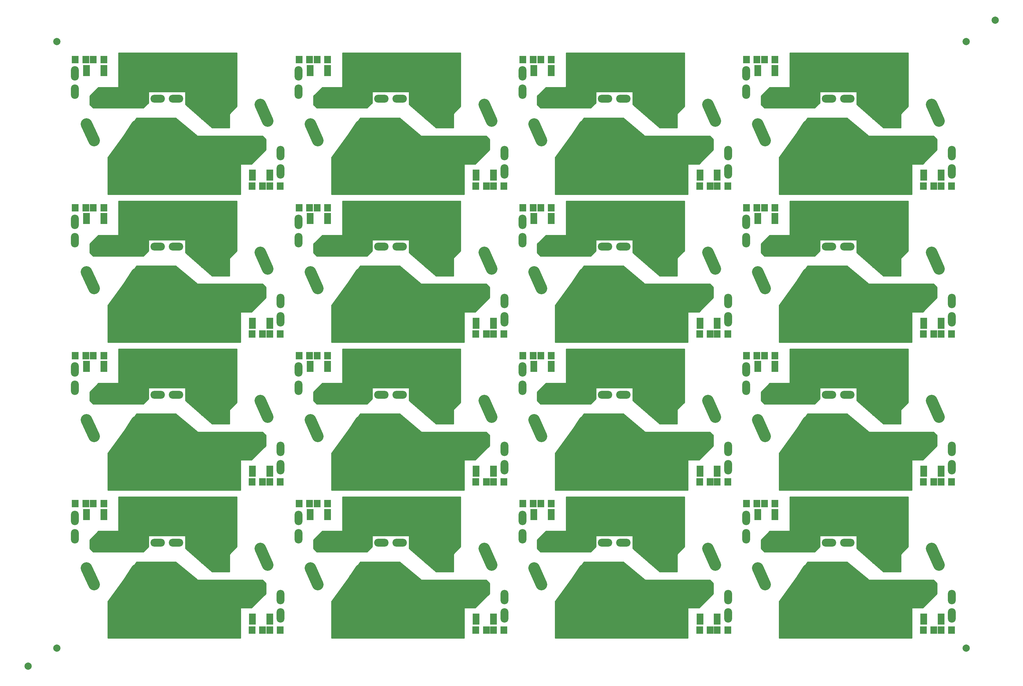
<source format=gbr>
G04 #@! TF.GenerationSoftware,KiCad,Pcbnew,(5.0.0)*
G04 #@! TF.CreationDate,2019-02-08T13:36:01+02:00*
G04 #@! TF.ProjectId,tp_x2_PnP,74705F78325F506E502E6B696361645F,3*
G04 #@! TF.SameCoordinates,Original*
G04 #@! TF.FileFunction,Soldermask,Top*
G04 #@! TF.FilePolarity,Negative*
%FSLAX46Y46*%
G04 Gerber Fmt 4.6, Leading zero omitted, Abs format (unit mm)*
G04 Created by KiCad (PCBNEW (5.0.0)) date 02/08/19 13:36:01*
%MOMM*%
%LPD*%
G01*
G04 APERTURE LIST*
%ADD10R,1.900000X3.100000*%
%ADD11C,2.000000*%
%ADD12R,1.900000X2.100000*%
%ADD13O,2.200000X4.000000*%
%ADD14O,4.000000X2.200000*%
%ADD15C,3.200000*%
%ADD16C,8.400000*%
%ADD17C,3.200000*%
%ADD18C,2.899360*%
%ADD19C,0.254000*%
G04 APERTURE END LIST*
D10*
G04 #@! TO.C,D1*
X215000000Y-53000000D03*
X210200000Y-53000000D03*
G04 #@! TD*
D11*
G04 #@! TO.C,REF\002A\002A*
X338000000Y-39000000D03*
G04 #@! TD*
G04 #@! TO.C,REF\002A\002A*
X70000000Y-218000000D03*
G04 #@! TD*
G04 #@! TO.C,REF04*
X330000000Y-213000000D03*
G04 #@! TD*
G04 #@! TO.C,REF03*
X330000000Y-45000000D03*
G04 #@! TD*
G04 #@! TO.C,REF02*
X78000000Y-45000000D03*
G04 #@! TD*
D12*
G04 #@! TO.C,R9*
X212100000Y-173000000D03*
X215000000Y-173000000D03*
G04 #@! TD*
G04 #@! TO.C,R8*
X263900000Y-208000000D03*
X261000000Y-208000000D03*
G04 #@! TD*
D13*
G04 #@! TO.C,X9*
X207000000Y-176920000D03*
X207000000Y-182000000D03*
G04 #@! TD*
D12*
G04 #@! TO.C,R3*
X261000000Y-167000000D03*
X263900000Y-167000000D03*
G04 #@! TD*
D14*
G04 #@! TO.C,X6*
X240040000Y-167000000D03*
X234960000Y-167000000D03*
G04 #@! TD*
D12*
G04 #@! TO.C,R1*
X259000000Y-167000000D03*
X256100000Y-167000000D03*
G04 #@! TD*
D10*
G04 #@! TO.C,D1*
X210200000Y-135000000D03*
X215000000Y-135000000D03*
G04 #@! TD*
G04 #@! TO.C,D3*
X215000000Y-176000000D03*
X210200000Y-176000000D03*
G04 #@! TD*
D15*
G04 #@! TO.C,X4*
X228100000Y-166800000D03*
X223100000Y-166800000D03*
X218100000Y-166800000D03*
X228100000Y-159700000D03*
X223100000Y-159700000D03*
X218100000Y-159700000D03*
G04 #@! TD*
D12*
G04 #@! TO.C,R4*
X215000000Y-132000000D03*
X212100000Y-132000000D03*
G04 #@! TD*
D16*
G04 #@! TO.C,REF\002A\002A*
X225400000Y-136900000D03*
G04 #@! TD*
D12*
G04 #@! TO.C,R2*
X207100000Y-132000000D03*
X210000000Y-132000000D03*
G04 #@! TD*
G04 #@! TO.C,R6*
X256100000Y-208000000D03*
X259000000Y-208000000D03*
G04 #@! TD*
D14*
G04 #@! TO.C,X12*
X235000000Y-183800000D03*
X229920000Y-183800000D03*
G04 #@! TD*
D15*
G04 #@! TO.C,V2.1*
X278015189Y-143145704D03*
D17*
X275060766Y-143666649D02*
X280969612Y-142624759D01*
D15*
X284483625Y-152831226D03*
D17*
X282849708Y-155347238D02*
X286117542Y-150315214D01*
D15*
X273269138Y-152106452D03*
D17*
X272252296Y-149822588D02*
X274285980Y-154390316D01*
G04 #@! TD*
D14*
G04 #@! TO.C,X3*
X302000000Y-208000000D03*
X296920000Y-208000000D03*
G04 #@! TD*
D18*
G04 #@! TO.C,H1*
X236500000Y-192500000D03*
G04 #@! TD*
D16*
G04 #@! TO.C,REF\002A\002A*
X297400000Y-198600000D03*
G04 #@! TD*
G04 #@! TO.C,REF\002A\002A*
X307400000Y-203000000D03*
G04 #@! TD*
D13*
G04 #@! TO.C,X17*
X269000000Y-140880000D03*
X269000000Y-135800000D03*
G04 #@! TD*
G04 #@! TO.C,X7*
X326000000Y-198860000D03*
X326000000Y-203940000D03*
G04 #@! TD*
D15*
G04 #@! TO.C,V2.2*
X316684811Y-155654296D03*
D17*
X319639234Y-155133351D02*
X313730388Y-156175241D01*
D15*
X310216375Y-145968774D03*
D17*
X311850292Y-143452762D02*
X308582458Y-148484786D01*
D15*
X321430862Y-146693548D03*
D17*
X322447704Y-148977412D02*
X320414020Y-144409684D01*
G04 #@! TD*
D18*
G04 #@! TO.C,H2*
X243005382Y-188398781D03*
G04 #@! TD*
D15*
G04 #@! TO.C,V1.1*
X278015189Y-184145704D03*
D17*
X275060766Y-184666649D02*
X280969612Y-183624759D01*
D15*
X284483625Y-193831226D03*
D17*
X282849708Y-196347238D02*
X286117542Y-191315214D01*
D15*
X273269138Y-193106452D03*
D17*
X272252296Y-190822588D02*
X274285980Y-195390316D01*
G04 #@! TD*
D15*
G04 #@! TO.C,X2*
X239000000Y-172900000D03*
X244000000Y-172900000D03*
X249000000Y-172900000D03*
X239000000Y-180000000D03*
X244000000Y-180000000D03*
X249000000Y-180000000D03*
G04 #@! TD*
D12*
G04 #@! TO.C,R7*
X210000000Y-173000000D03*
X207100000Y-173000000D03*
G04 #@! TD*
D13*
G04 #@! TO.C,X14*
X326000000Y-162940000D03*
X326000000Y-157860000D03*
G04 #@! TD*
D15*
G04 #@! TO.C,X1*
X228000000Y-208100000D03*
X223000000Y-208100000D03*
X218000000Y-208100000D03*
X228000000Y-201000000D03*
X223000000Y-201000000D03*
X218000000Y-201000000D03*
G04 #@! TD*
G04 #@! TO.C,X5*
X239000000Y-131900000D03*
X244000000Y-131900000D03*
X249000000Y-131900000D03*
X239000000Y-139000000D03*
X244000000Y-139000000D03*
X249000000Y-139000000D03*
G04 #@! TD*
D16*
G04 #@! TO.C,REF\002A\002A*
X287300000Y-177900000D03*
G04 #@! TD*
D18*
G04 #@! TO.C,H3*
X236500000Y-151500000D03*
G04 #@! TD*
D16*
G04 #@! TO.C,REF\002A\002A*
X307400000Y-161900000D03*
G04 #@! TD*
D10*
G04 #@! TO.C,D2*
X323000000Y-164000000D03*
X318200000Y-164000000D03*
G04 #@! TD*
D18*
G04 #@! TO.C,H4*
X243005382Y-147398781D03*
G04 #@! TD*
D15*
G04 #@! TO.C,V1.2*
X316684811Y-196654296D03*
D17*
X319639234Y-196133351D02*
X313730388Y-197175241D01*
D15*
X310216375Y-186968774D03*
D17*
X311850292Y-184452762D02*
X308582458Y-189484786D01*
D15*
X321430862Y-187693548D03*
D17*
X322447704Y-189977412D02*
X320414020Y-185409684D01*
G04 #@! TD*
D16*
G04 #@! TO.C,REF\002A\002A*
X297300000Y-157600000D03*
G04 #@! TD*
D10*
G04 #@! TO.C,D4*
X318200000Y-205000000D03*
X323000000Y-205000000D03*
G04 #@! TD*
D14*
G04 #@! TO.C,X26*
X291920000Y-142800000D03*
X297000000Y-142800000D03*
G04 #@! TD*
D16*
G04 #@! TO.C,REF\002A\002A*
X287400000Y-136900000D03*
G04 #@! TD*
D14*
G04 #@! TO.C,X12*
X291920000Y-183800000D03*
X297000000Y-183800000D03*
G04 #@! TD*
D12*
G04 #@! TO.C,R6*
X321000000Y-208000000D03*
X318100000Y-208000000D03*
G04 #@! TD*
G04 #@! TO.C,R2*
X272000000Y-132000000D03*
X269100000Y-132000000D03*
G04 #@! TD*
G04 #@! TO.C,R7*
X269100000Y-173000000D03*
X272000000Y-173000000D03*
G04 #@! TD*
D15*
G04 #@! TO.C,X5*
X311000000Y-139000000D03*
X306000000Y-139000000D03*
X301000000Y-139000000D03*
X311000000Y-131900000D03*
X306000000Y-131900000D03*
X301000000Y-131900000D03*
G04 #@! TD*
G04 #@! TO.C,X1*
X280000000Y-201000000D03*
X285000000Y-201000000D03*
X290000000Y-201000000D03*
X280000000Y-208100000D03*
X285000000Y-208100000D03*
X290000000Y-208100000D03*
G04 #@! TD*
D14*
G04 #@! TO.C,X26*
X235000000Y-142800000D03*
X229920000Y-142800000D03*
G04 #@! TD*
D13*
G04 #@! TO.C,X17*
X207000000Y-135800000D03*
X207000000Y-140880000D03*
G04 #@! TD*
D18*
G04 #@! TO.C,H4*
X305005382Y-147398781D03*
G04 #@! TD*
D15*
G04 #@! TO.C,V2.1*
X211269138Y-152106452D03*
D17*
X210252296Y-149822588D02*
X212285980Y-154390316D01*
D15*
X222483625Y-152831226D03*
D17*
X220849708Y-155347238D02*
X224117542Y-150315214D01*
D15*
X216015189Y-143145704D03*
D17*
X213060766Y-143666649D02*
X218969612Y-142624759D01*
G04 #@! TD*
D18*
G04 #@! TO.C,H3*
X298500000Y-151500000D03*
G04 #@! TD*
D10*
G04 #@! TO.C,D3*
X272200000Y-176000000D03*
X277000000Y-176000000D03*
G04 #@! TD*
D15*
G04 #@! TO.C,X4*
X280100000Y-159700000D03*
X285100000Y-159700000D03*
X290100000Y-159700000D03*
X280100000Y-166800000D03*
X285100000Y-166800000D03*
X290100000Y-166800000D03*
G04 #@! TD*
D16*
G04 #@! TO.C,REF\002A\002A*
X245400000Y-203000000D03*
G04 #@! TD*
D12*
G04 #@! TO.C,R4*
X274100000Y-132000000D03*
X277000000Y-132000000D03*
G04 #@! TD*
G04 #@! TO.C,R9*
X277000000Y-173000000D03*
X274100000Y-173000000D03*
G04 #@! TD*
D18*
G04 #@! TO.C,H1*
X298500000Y-192500000D03*
G04 #@! TD*
D16*
G04 #@! TO.C,REF\002A\002A*
X235400000Y-198600000D03*
G04 #@! TD*
D13*
G04 #@! TO.C,X7*
X264000000Y-203940000D03*
X264000000Y-198860000D03*
G04 #@! TD*
D18*
G04 #@! TO.C,H2*
X305005382Y-188398781D03*
G04 #@! TD*
D10*
G04 #@! TO.C,D4*
X261000000Y-205000000D03*
X256200000Y-205000000D03*
G04 #@! TD*
D15*
G04 #@! TO.C,V1.1*
X211269138Y-193106452D03*
D17*
X210252296Y-190822588D02*
X212285980Y-195390316D01*
D15*
X222483625Y-193831226D03*
D17*
X220849708Y-196347238D02*
X224117542Y-191315214D01*
D15*
X216015189Y-184145704D03*
D17*
X213060766Y-184666649D02*
X218969612Y-183624759D01*
G04 #@! TD*
D15*
G04 #@! TO.C,X2*
X311000000Y-180000000D03*
X306000000Y-180000000D03*
X301000000Y-180000000D03*
X311000000Y-172900000D03*
X306000000Y-172900000D03*
X301000000Y-172900000D03*
G04 #@! TD*
D16*
G04 #@! TO.C,REF\002A\002A*
X245400000Y-161900000D03*
G04 #@! TD*
G04 #@! TO.C,REF\002A\002A*
X235300000Y-157600000D03*
G04 #@! TD*
D13*
G04 #@! TO.C,X14*
X264000000Y-157860000D03*
X264000000Y-162940000D03*
G04 #@! TD*
D14*
G04 #@! TO.C,X3*
X234920000Y-208000000D03*
X240000000Y-208000000D03*
G04 #@! TD*
G04 #@! TO.C,X6*
X296960000Y-167000000D03*
X302040000Y-167000000D03*
G04 #@! TD*
D16*
G04 #@! TO.C,REF\002A\002A*
X225300000Y-177900000D03*
G04 #@! TD*
D15*
G04 #@! TO.C,V1.2*
X259430862Y-187693548D03*
D17*
X260447704Y-189977412D02*
X258414020Y-185409684D01*
D15*
X248216375Y-186968774D03*
D17*
X249850292Y-184452762D02*
X246582458Y-189484786D01*
D15*
X254684811Y-196654296D03*
D17*
X257639234Y-196133351D02*
X251730388Y-197175241D01*
G04 #@! TD*
D10*
G04 #@! TO.C,D2*
X256200000Y-164000000D03*
X261000000Y-164000000D03*
G04 #@! TD*
D15*
G04 #@! TO.C,V2.2*
X259430862Y-146693548D03*
D17*
X260447704Y-148977412D02*
X258414020Y-144409684D01*
D15*
X248216375Y-145968774D03*
D17*
X249850292Y-143452762D02*
X246582458Y-148484786D01*
D15*
X254684811Y-155654296D03*
D17*
X257639234Y-155133351D02*
X251730388Y-156175241D01*
G04 #@! TD*
D13*
G04 #@! TO.C,X9*
X269000000Y-182000000D03*
X269000000Y-176920000D03*
G04 #@! TD*
D12*
G04 #@! TO.C,R8*
X323000000Y-208000000D03*
X325900000Y-208000000D03*
G04 #@! TD*
G04 #@! TO.C,R1*
X318100000Y-167000000D03*
X321000000Y-167000000D03*
G04 #@! TD*
D10*
G04 #@! TO.C,D1*
X277000000Y-135000000D03*
X272200000Y-135000000D03*
G04 #@! TD*
D12*
G04 #@! TO.C,R3*
X325900000Y-167000000D03*
X323000000Y-167000000D03*
G04 #@! TD*
D14*
G04 #@! TO.C,X6*
X110960000Y-167000000D03*
X116040000Y-167000000D03*
G04 #@! TD*
D12*
G04 #@! TO.C,R1*
X132100000Y-167000000D03*
X135000000Y-167000000D03*
G04 #@! TD*
G04 #@! TO.C,R8*
X137000000Y-208000000D03*
X139900000Y-208000000D03*
G04 #@! TD*
D10*
G04 #@! TO.C,D1*
X91000000Y-135000000D03*
X86200000Y-135000000D03*
G04 #@! TD*
D13*
G04 #@! TO.C,X9*
X83000000Y-182000000D03*
X83000000Y-176920000D03*
G04 #@! TD*
D12*
G04 #@! TO.C,R3*
X139900000Y-167000000D03*
X137000000Y-167000000D03*
G04 #@! TD*
D10*
G04 #@! TO.C,D3*
X86200000Y-176000000D03*
X91000000Y-176000000D03*
G04 #@! TD*
D15*
G04 #@! TO.C,X4*
X94100000Y-159700000D03*
X99100000Y-159700000D03*
X104100000Y-159700000D03*
X94100000Y-166800000D03*
X99100000Y-166800000D03*
X104100000Y-166800000D03*
G04 #@! TD*
D12*
G04 #@! TO.C,R4*
X88100000Y-132000000D03*
X91000000Y-132000000D03*
G04 #@! TD*
G04 #@! TO.C,R9*
X91000000Y-173000000D03*
X88100000Y-173000000D03*
G04 #@! TD*
D16*
G04 #@! TO.C,REF\002A\002A*
X101400000Y-136900000D03*
G04 #@! TD*
D15*
G04 #@! TO.C,X5*
X125000000Y-139000000D03*
X120000000Y-139000000D03*
X115000000Y-139000000D03*
X125000000Y-131900000D03*
X120000000Y-131900000D03*
X115000000Y-131900000D03*
G04 #@! TD*
D12*
G04 #@! TO.C,R2*
X86000000Y-132000000D03*
X83100000Y-132000000D03*
G04 #@! TD*
D15*
G04 #@! TO.C,X2*
X125000000Y-180000000D03*
X120000000Y-180000000D03*
X115000000Y-180000000D03*
X125000000Y-172900000D03*
X120000000Y-172900000D03*
X115000000Y-172900000D03*
G04 #@! TD*
G04 #@! TO.C,X1*
X94000000Y-201000000D03*
X99000000Y-201000000D03*
X104000000Y-201000000D03*
X94000000Y-208100000D03*
X99000000Y-208100000D03*
X104000000Y-208100000D03*
G04 #@! TD*
D12*
G04 #@! TO.C,R6*
X135000000Y-208000000D03*
X132100000Y-208000000D03*
G04 #@! TD*
D14*
G04 #@! TO.C,X12*
X105920000Y-183800000D03*
X111000000Y-183800000D03*
G04 #@! TD*
D12*
G04 #@! TO.C,R7*
X83100000Y-173000000D03*
X86000000Y-173000000D03*
G04 #@! TD*
D15*
G04 #@! TO.C,V2.1*
X149269138Y-152106452D03*
D17*
X148252296Y-149822588D02*
X150285980Y-154390316D01*
D15*
X160483625Y-152831226D03*
D17*
X158849708Y-155347238D02*
X162117542Y-150315214D01*
D15*
X154015189Y-143145704D03*
D17*
X151060766Y-143666649D02*
X156969612Y-142624759D01*
G04 #@! TD*
D16*
G04 #@! TO.C,REF\002A\002A*
X183400000Y-161900000D03*
G04 #@! TD*
G04 #@! TO.C,REF\002A\002A*
X163300000Y-177900000D03*
G04 #@! TD*
D10*
G04 #@! TO.C,D2*
X194200000Y-164000000D03*
X199000000Y-164000000D03*
G04 #@! TD*
D14*
G04 #@! TO.C,X3*
X172920000Y-208000000D03*
X178000000Y-208000000D03*
G04 #@! TD*
D18*
G04 #@! TO.C,H1*
X112500000Y-192500000D03*
G04 #@! TD*
D13*
G04 #@! TO.C,X17*
X145000000Y-135800000D03*
X145000000Y-140880000D03*
G04 #@! TD*
D15*
G04 #@! TO.C,V1.2*
X197430862Y-187693548D03*
D17*
X198447704Y-189977412D02*
X196414020Y-185409684D01*
D15*
X186216375Y-186968774D03*
D17*
X187850292Y-184452762D02*
X184582458Y-189484786D01*
D15*
X192684811Y-196654296D03*
D17*
X195639234Y-196133351D02*
X189730388Y-197175241D01*
G04 #@! TD*
D15*
G04 #@! TO.C,V2.2*
X197430862Y-146693548D03*
D17*
X198447704Y-148977412D02*
X196414020Y-144409684D01*
D15*
X186216375Y-145968774D03*
D17*
X187850292Y-143452762D02*
X184582458Y-148484786D01*
D15*
X192684811Y-155654296D03*
D17*
X195639234Y-155133351D02*
X189730388Y-156175241D01*
G04 #@! TD*
D13*
G04 #@! TO.C,X14*
X202000000Y-157860000D03*
X202000000Y-162940000D03*
G04 #@! TD*
D18*
G04 #@! TO.C,H3*
X112500000Y-151500000D03*
G04 #@! TD*
D13*
G04 #@! TO.C,X7*
X202000000Y-203940000D03*
X202000000Y-198860000D03*
G04 #@! TD*
D18*
G04 #@! TO.C,H2*
X119005382Y-188398781D03*
G04 #@! TD*
G04 #@! TO.C,H4*
X119005382Y-147398781D03*
G04 #@! TD*
D16*
G04 #@! TO.C,REF\002A\002A*
X173400000Y-198600000D03*
G04 #@! TD*
D15*
G04 #@! TO.C,V1.1*
X149269138Y-193106452D03*
D17*
X148252296Y-190822588D02*
X150285980Y-195390316D01*
D15*
X160483625Y-193831226D03*
D17*
X158849708Y-196347238D02*
X162117542Y-191315214D01*
D15*
X154015189Y-184145704D03*
D17*
X151060766Y-184666649D02*
X156969612Y-183624759D01*
G04 #@! TD*
D16*
G04 #@! TO.C,REF\002A\002A*
X183400000Y-203000000D03*
G04 #@! TD*
G04 #@! TO.C,REF\002A\002A*
X173300000Y-157600000D03*
G04 #@! TD*
D12*
G04 #@! TO.C,R4*
X153000000Y-132000000D03*
X150100000Y-132000000D03*
G04 #@! TD*
D10*
G04 #@! TO.C,D4*
X199000000Y-205000000D03*
X194200000Y-205000000D03*
G04 #@! TD*
D12*
G04 #@! TO.C,R9*
X150100000Y-173000000D03*
X153000000Y-173000000D03*
G04 #@! TD*
D14*
G04 #@! TO.C,X26*
X173000000Y-142800000D03*
X167920000Y-142800000D03*
G04 #@! TD*
D10*
G04 #@! TO.C,D3*
X153000000Y-176000000D03*
X148200000Y-176000000D03*
G04 #@! TD*
D18*
G04 #@! TO.C,H3*
X174500000Y-151500000D03*
G04 #@! TD*
D15*
G04 #@! TO.C,X4*
X166100000Y-166800000D03*
X161100000Y-166800000D03*
X156100000Y-166800000D03*
X166100000Y-159700000D03*
X161100000Y-159700000D03*
X156100000Y-159700000D03*
G04 #@! TD*
D18*
G04 #@! TO.C,H4*
X181005382Y-147398781D03*
G04 #@! TD*
D16*
G04 #@! TO.C,REF\002A\002A*
X163400000Y-136900000D03*
G04 #@! TD*
D12*
G04 #@! TO.C,R2*
X145100000Y-132000000D03*
X148000000Y-132000000D03*
G04 #@! TD*
D14*
G04 #@! TO.C,X12*
X173000000Y-183800000D03*
X167920000Y-183800000D03*
G04 #@! TD*
D12*
G04 #@! TO.C,R7*
X148000000Y-173000000D03*
X145100000Y-173000000D03*
G04 #@! TD*
D15*
G04 #@! TO.C,X5*
X177000000Y-131900000D03*
X182000000Y-131900000D03*
X187000000Y-131900000D03*
X177000000Y-139000000D03*
X182000000Y-139000000D03*
X187000000Y-139000000D03*
G04 #@! TD*
D12*
G04 #@! TO.C,R6*
X194100000Y-208000000D03*
X197000000Y-208000000D03*
G04 #@! TD*
D15*
G04 #@! TO.C,X2*
X177000000Y-172900000D03*
X182000000Y-172900000D03*
X187000000Y-172900000D03*
X177000000Y-180000000D03*
X182000000Y-180000000D03*
X187000000Y-180000000D03*
G04 #@! TD*
D18*
G04 #@! TO.C,H1*
X174500000Y-192500000D03*
G04 #@! TD*
D15*
G04 #@! TO.C,X1*
X166000000Y-208100000D03*
X161000000Y-208100000D03*
X156000000Y-208100000D03*
X166000000Y-201000000D03*
X161000000Y-201000000D03*
X156000000Y-201000000D03*
G04 #@! TD*
D18*
G04 #@! TO.C,H2*
X181005382Y-188398781D03*
G04 #@! TD*
D10*
G04 #@! TO.C,D4*
X132200000Y-205000000D03*
X137000000Y-205000000D03*
G04 #@! TD*
D14*
G04 #@! TO.C,X26*
X105920000Y-142800000D03*
X111000000Y-142800000D03*
G04 #@! TD*
D15*
G04 #@! TO.C,V1.1*
X92015189Y-184145704D03*
D17*
X89060766Y-184666649D02*
X94969612Y-183624759D01*
D15*
X98483625Y-193831226D03*
D17*
X96849708Y-196347238D02*
X100117542Y-191315214D01*
D15*
X87269138Y-193106452D03*
D17*
X86252296Y-190822588D02*
X88285980Y-195390316D01*
G04 #@! TD*
D16*
G04 #@! TO.C,REF\002A\002A*
X111300000Y-157600000D03*
G04 #@! TD*
G04 #@! TO.C,REF\002A\002A*
X121400000Y-203000000D03*
G04 #@! TD*
G04 #@! TO.C,REF\002A\002A*
X111400000Y-198600000D03*
G04 #@! TD*
G04 #@! TO.C,REF\002A\002A*
X121400000Y-161900000D03*
G04 #@! TD*
D15*
G04 #@! TO.C,V2.1*
X92015189Y-143145704D03*
D17*
X89060766Y-143666649D02*
X94969612Y-142624759D01*
D15*
X98483625Y-152831226D03*
D17*
X96849708Y-155347238D02*
X100117542Y-150315214D01*
D15*
X87269138Y-152106452D03*
D17*
X86252296Y-149822588D02*
X88285980Y-154390316D01*
G04 #@! TD*
D13*
G04 #@! TO.C,X7*
X140000000Y-198860000D03*
X140000000Y-203940000D03*
G04 #@! TD*
G04 #@! TO.C,X17*
X83000000Y-140880000D03*
X83000000Y-135800000D03*
G04 #@! TD*
D16*
G04 #@! TO.C,REF\002A\002A*
X101300000Y-177900000D03*
G04 #@! TD*
D15*
G04 #@! TO.C,V1.2*
X130684811Y-196654296D03*
D17*
X133639234Y-196133351D02*
X127730388Y-197175241D01*
D15*
X124216375Y-186968774D03*
D17*
X125850292Y-184452762D02*
X122582458Y-189484786D01*
D15*
X135430862Y-187693548D03*
D17*
X136447704Y-189977412D02*
X134414020Y-185409684D01*
G04 #@! TD*
D10*
G04 #@! TO.C,D2*
X137000000Y-164000000D03*
X132200000Y-164000000D03*
G04 #@! TD*
D15*
G04 #@! TO.C,V2.2*
X130684811Y-155654296D03*
D17*
X133639234Y-155133351D02*
X127730388Y-156175241D01*
D15*
X124216375Y-145968774D03*
D17*
X125850292Y-143452762D02*
X122582458Y-148484786D01*
D15*
X135430862Y-146693548D03*
D17*
X136447704Y-148977412D02*
X134414020Y-144409684D01*
G04 #@! TD*
D14*
G04 #@! TO.C,X3*
X116000000Y-208000000D03*
X110920000Y-208000000D03*
G04 #@! TD*
D13*
G04 #@! TO.C,X14*
X140000000Y-162940000D03*
X140000000Y-157860000D03*
G04 #@! TD*
G04 #@! TO.C,X9*
X145000000Y-176920000D03*
X145000000Y-182000000D03*
G04 #@! TD*
D14*
G04 #@! TO.C,X6*
X178040000Y-167000000D03*
X172960000Y-167000000D03*
G04 #@! TD*
D12*
G04 #@! TO.C,R8*
X201900000Y-208000000D03*
X199000000Y-208000000D03*
G04 #@! TD*
G04 #@! TO.C,R1*
X197000000Y-167000000D03*
X194100000Y-167000000D03*
G04 #@! TD*
G04 #@! TO.C,R3*
X199000000Y-167000000D03*
X201900000Y-167000000D03*
G04 #@! TD*
D10*
G04 #@! TO.C,D1*
X148200000Y-135000000D03*
X153000000Y-135000000D03*
G04 #@! TD*
D14*
G04 #@! TO.C,X6*
X234960000Y-85000000D03*
X240040000Y-85000000D03*
G04 #@! TD*
D12*
G04 #@! TO.C,R1*
X256100000Y-85000000D03*
X259000000Y-85000000D03*
G04 #@! TD*
G04 #@! TO.C,R8*
X261000000Y-126000000D03*
X263900000Y-126000000D03*
G04 #@! TD*
D13*
G04 #@! TO.C,X9*
X207000000Y-100000000D03*
X207000000Y-94920000D03*
G04 #@! TD*
D12*
G04 #@! TO.C,R3*
X263900000Y-85000000D03*
X261000000Y-85000000D03*
G04 #@! TD*
D10*
G04 #@! TO.C,D3*
X210200000Y-94000000D03*
X215000000Y-94000000D03*
G04 #@! TD*
D15*
G04 #@! TO.C,X4*
X218100000Y-77700000D03*
X223100000Y-77700000D03*
X228100000Y-77700000D03*
X218100000Y-84800000D03*
X223100000Y-84800000D03*
X228100000Y-84800000D03*
G04 #@! TD*
D12*
G04 #@! TO.C,R4*
X212100000Y-50000000D03*
X215000000Y-50000000D03*
G04 #@! TD*
G04 #@! TO.C,R9*
X215000000Y-91000000D03*
X212100000Y-91000000D03*
G04 #@! TD*
D16*
G04 #@! TO.C,REF\002A\002A*
X225400000Y-54900000D03*
G04 #@! TD*
D15*
G04 #@! TO.C,X5*
X249000000Y-57000000D03*
X244000000Y-57000000D03*
X239000000Y-57000000D03*
X249000000Y-49900000D03*
X244000000Y-49900000D03*
X239000000Y-49900000D03*
G04 #@! TD*
D12*
G04 #@! TO.C,R2*
X210000000Y-50000000D03*
X207100000Y-50000000D03*
G04 #@! TD*
D15*
G04 #@! TO.C,X2*
X249000000Y-98000000D03*
X244000000Y-98000000D03*
X239000000Y-98000000D03*
X249000000Y-90900000D03*
X244000000Y-90900000D03*
X239000000Y-90900000D03*
G04 #@! TD*
G04 #@! TO.C,X1*
X218000000Y-119000000D03*
X223000000Y-119000000D03*
X228000000Y-119000000D03*
X218000000Y-126100000D03*
X223000000Y-126100000D03*
X228000000Y-126100000D03*
G04 #@! TD*
D12*
G04 #@! TO.C,R6*
X259000000Y-126000000D03*
X256100000Y-126000000D03*
G04 #@! TD*
D14*
G04 #@! TO.C,X12*
X229920000Y-101800000D03*
X235000000Y-101800000D03*
G04 #@! TD*
D12*
G04 #@! TO.C,R7*
X207100000Y-91000000D03*
X210000000Y-91000000D03*
G04 #@! TD*
D15*
G04 #@! TO.C,V2.1*
X273269138Y-70106452D03*
D17*
X272252296Y-67822588D02*
X274285980Y-72390316D01*
D15*
X284483625Y-70831226D03*
D17*
X282849708Y-73347238D02*
X286117542Y-68315214D01*
D15*
X278015189Y-61145704D03*
D17*
X275060766Y-61666649D02*
X280969612Y-60624759D01*
G04 #@! TD*
D16*
G04 #@! TO.C,REF\002A\002A*
X307400000Y-79900000D03*
G04 #@! TD*
G04 #@! TO.C,REF\002A\002A*
X287300000Y-95900000D03*
G04 #@! TD*
D10*
G04 #@! TO.C,D2*
X318200000Y-82000000D03*
X323000000Y-82000000D03*
G04 #@! TD*
D14*
G04 #@! TO.C,X3*
X296920000Y-126000000D03*
X302000000Y-126000000D03*
G04 #@! TD*
D18*
G04 #@! TO.C,H1*
X236500000Y-110500000D03*
G04 #@! TD*
D13*
G04 #@! TO.C,X17*
X269000000Y-53800000D03*
X269000000Y-58880000D03*
G04 #@! TD*
D15*
G04 #@! TO.C,V1.2*
X321430862Y-105693548D03*
D17*
X322447704Y-107977412D02*
X320414020Y-103409684D01*
D15*
X310216375Y-104968774D03*
D17*
X311850292Y-102452762D02*
X308582458Y-107484786D01*
D15*
X316684811Y-114654296D03*
D17*
X319639234Y-114133351D02*
X313730388Y-115175241D01*
G04 #@! TD*
D15*
G04 #@! TO.C,V2.2*
X321430862Y-64693548D03*
D17*
X322447704Y-66977412D02*
X320414020Y-62409684D01*
D15*
X310216375Y-63968774D03*
D17*
X311850292Y-61452762D02*
X308582458Y-66484786D01*
D15*
X316684811Y-73654296D03*
D17*
X319639234Y-73133351D02*
X313730388Y-74175241D01*
G04 #@! TD*
D13*
G04 #@! TO.C,X14*
X326000000Y-75860000D03*
X326000000Y-80940000D03*
G04 #@! TD*
D18*
G04 #@! TO.C,H3*
X236500000Y-69500000D03*
G04 #@! TD*
D13*
G04 #@! TO.C,X7*
X326000000Y-121940000D03*
X326000000Y-116860000D03*
G04 #@! TD*
D18*
G04 #@! TO.C,H2*
X243005382Y-106398781D03*
G04 #@! TD*
G04 #@! TO.C,H4*
X243005382Y-65398781D03*
G04 #@! TD*
D16*
G04 #@! TO.C,REF\002A\002A*
X297400000Y-116600000D03*
G04 #@! TD*
D15*
G04 #@! TO.C,V1.1*
X273269138Y-111106452D03*
D17*
X272252296Y-108822588D02*
X274285980Y-113390316D01*
D15*
X284483625Y-111831226D03*
D17*
X282849708Y-114347238D02*
X286117542Y-109315214D01*
D15*
X278015189Y-102145704D03*
D17*
X275060766Y-102666649D02*
X280969612Y-101624759D01*
G04 #@! TD*
D16*
G04 #@! TO.C,REF\002A\002A*
X307400000Y-121000000D03*
G04 #@! TD*
G04 #@! TO.C,REF\002A\002A*
X297300000Y-75600000D03*
G04 #@! TD*
D12*
G04 #@! TO.C,R4*
X277000000Y-50000000D03*
X274100000Y-50000000D03*
G04 #@! TD*
D10*
G04 #@! TO.C,D4*
X323000000Y-123000000D03*
X318200000Y-123000000D03*
G04 #@! TD*
D12*
G04 #@! TO.C,R9*
X274100000Y-91000000D03*
X277000000Y-91000000D03*
G04 #@! TD*
D14*
G04 #@! TO.C,X26*
X297000000Y-60800000D03*
X291920000Y-60800000D03*
G04 #@! TD*
D10*
G04 #@! TO.C,D3*
X277000000Y-94000000D03*
X272200000Y-94000000D03*
G04 #@! TD*
D18*
G04 #@! TO.C,H3*
X298500000Y-69500000D03*
G04 #@! TD*
D15*
G04 #@! TO.C,X4*
X290100000Y-84800000D03*
X285100000Y-84800000D03*
X280100000Y-84800000D03*
X290100000Y-77700000D03*
X285100000Y-77700000D03*
X280100000Y-77700000D03*
G04 #@! TD*
D18*
G04 #@! TO.C,H4*
X305005382Y-65398781D03*
G04 #@! TD*
D16*
G04 #@! TO.C,REF\002A\002A*
X287400000Y-54900000D03*
G04 #@! TD*
D12*
G04 #@! TO.C,R2*
X269100000Y-50000000D03*
X272000000Y-50000000D03*
G04 #@! TD*
D14*
G04 #@! TO.C,X12*
X297000000Y-101800000D03*
X291920000Y-101800000D03*
G04 #@! TD*
D12*
G04 #@! TO.C,R7*
X272000000Y-91000000D03*
X269100000Y-91000000D03*
G04 #@! TD*
D15*
G04 #@! TO.C,X5*
X301000000Y-49900000D03*
X306000000Y-49900000D03*
X311000000Y-49900000D03*
X301000000Y-57000000D03*
X306000000Y-57000000D03*
X311000000Y-57000000D03*
G04 #@! TD*
D12*
G04 #@! TO.C,R6*
X318100000Y-126000000D03*
X321000000Y-126000000D03*
G04 #@! TD*
D15*
G04 #@! TO.C,X2*
X301000000Y-90900000D03*
X306000000Y-90900000D03*
X311000000Y-90900000D03*
X301000000Y-98000000D03*
X306000000Y-98000000D03*
X311000000Y-98000000D03*
G04 #@! TD*
D18*
G04 #@! TO.C,H1*
X298500000Y-110500000D03*
G04 #@! TD*
D15*
G04 #@! TO.C,X1*
X290000000Y-126100000D03*
X285000000Y-126100000D03*
X280000000Y-126100000D03*
X290000000Y-119000000D03*
X285000000Y-119000000D03*
X280000000Y-119000000D03*
G04 #@! TD*
D18*
G04 #@! TO.C,H2*
X305005382Y-106398781D03*
G04 #@! TD*
D10*
G04 #@! TO.C,D4*
X256200000Y-123000000D03*
X261000000Y-123000000D03*
G04 #@! TD*
D14*
G04 #@! TO.C,X26*
X229920000Y-60800000D03*
X235000000Y-60800000D03*
G04 #@! TD*
D15*
G04 #@! TO.C,V1.1*
X216015189Y-102145704D03*
D17*
X213060766Y-102666649D02*
X218969612Y-101624759D01*
D15*
X222483625Y-111831226D03*
D17*
X220849708Y-114347238D02*
X224117542Y-109315214D01*
D15*
X211269138Y-111106452D03*
D17*
X210252296Y-108822588D02*
X212285980Y-113390316D01*
G04 #@! TD*
D16*
G04 #@! TO.C,REF\002A\002A*
X235300000Y-75600000D03*
G04 #@! TD*
G04 #@! TO.C,REF\002A\002A*
X245400000Y-121000000D03*
G04 #@! TD*
G04 #@! TO.C,REF\002A\002A*
X235400000Y-116600000D03*
G04 #@! TD*
G04 #@! TO.C,REF\002A\002A*
X245400000Y-79900000D03*
G04 #@! TD*
D15*
G04 #@! TO.C,V2.1*
X216015189Y-61145704D03*
D17*
X213060766Y-61666649D02*
X218969612Y-60624759D01*
D15*
X222483625Y-70831226D03*
D17*
X220849708Y-73347238D02*
X224117542Y-68315214D01*
D15*
X211269138Y-70106452D03*
D17*
X210252296Y-67822588D02*
X212285980Y-72390316D01*
G04 #@! TD*
D13*
G04 #@! TO.C,X7*
X264000000Y-116860000D03*
X264000000Y-121940000D03*
G04 #@! TD*
G04 #@! TO.C,X17*
X207000000Y-58880000D03*
X207000000Y-53800000D03*
G04 #@! TD*
D16*
G04 #@! TO.C,REF\002A\002A*
X225300000Y-95900000D03*
G04 #@! TD*
D15*
G04 #@! TO.C,V1.2*
X254684811Y-114654296D03*
D17*
X257639234Y-114133351D02*
X251730388Y-115175241D01*
D15*
X248216375Y-104968774D03*
D17*
X249850292Y-102452762D02*
X246582458Y-107484786D01*
D15*
X259430862Y-105693548D03*
D17*
X260447704Y-107977412D02*
X258414020Y-103409684D01*
G04 #@! TD*
D10*
G04 #@! TO.C,D2*
X261000000Y-82000000D03*
X256200000Y-82000000D03*
G04 #@! TD*
D15*
G04 #@! TO.C,V2.2*
X254684811Y-73654296D03*
D17*
X257639234Y-73133351D02*
X251730388Y-74175241D01*
D15*
X248216375Y-63968774D03*
D17*
X249850292Y-61452762D02*
X246582458Y-66484786D01*
D15*
X259430862Y-64693548D03*
D17*
X260447704Y-66977412D02*
X258414020Y-62409684D01*
G04 #@! TD*
D14*
G04 #@! TO.C,X3*
X240000000Y-126000000D03*
X234920000Y-126000000D03*
G04 #@! TD*
D13*
G04 #@! TO.C,X14*
X264000000Y-80940000D03*
X264000000Y-75860000D03*
G04 #@! TD*
G04 #@! TO.C,X9*
X269000000Y-94920000D03*
X269000000Y-100000000D03*
G04 #@! TD*
D14*
G04 #@! TO.C,X6*
X302040000Y-85000000D03*
X296960000Y-85000000D03*
G04 #@! TD*
D12*
G04 #@! TO.C,R8*
X325900000Y-126000000D03*
X323000000Y-126000000D03*
G04 #@! TD*
G04 #@! TO.C,R1*
X321000000Y-85000000D03*
X318100000Y-85000000D03*
G04 #@! TD*
G04 #@! TO.C,R3*
X323000000Y-85000000D03*
X325900000Y-85000000D03*
G04 #@! TD*
D10*
G04 #@! TO.C,D1*
X272200000Y-53000000D03*
X277000000Y-53000000D03*
G04 #@! TD*
D14*
G04 #@! TO.C,X6*
X172960000Y-85000000D03*
X178040000Y-85000000D03*
G04 #@! TD*
D12*
G04 #@! TO.C,R1*
X194100000Y-85000000D03*
X197000000Y-85000000D03*
G04 #@! TD*
G04 #@! TO.C,R8*
X199000000Y-126000000D03*
X201900000Y-126000000D03*
G04 #@! TD*
D10*
G04 #@! TO.C,D1*
X153000000Y-53000000D03*
X148200000Y-53000000D03*
G04 #@! TD*
D13*
G04 #@! TO.C,X9*
X145000000Y-100000000D03*
X145000000Y-94920000D03*
G04 #@! TD*
D12*
G04 #@! TO.C,R3*
X201900000Y-85000000D03*
X199000000Y-85000000D03*
G04 #@! TD*
D10*
G04 #@! TO.C,D3*
X148200000Y-94000000D03*
X153000000Y-94000000D03*
G04 #@! TD*
D15*
G04 #@! TO.C,X4*
X156100000Y-77700000D03*
X161100000Y-77700000D03*
X166100000Y-77700000D03*
X156100000Y-84800000D03*
X161100000Y-84800000D03*
X166100000Y-84800000D03*
G04 #@! TD*
D12*
G04 #@! TO.C,R4*
X150100000Y-50000000D03*
X153000000Y-50000000D03*
G04 #@! TD*
G04 #@! TO.C,R9*
X153000000Y-91000000D03*
X150100000Y-91000000D03*
G04 #@! TD*
D16*
G04 #@! TO.C,REF\002A\002A*
X163400000Y-54900000D03*
G04 #@! TD*
D15*
G04 #@! TO.C,X5*
X187000000Y-57000000D03*
X182000000Y-57000000D03*
X177000000Y-57000000D03*
X187000000Y-49900000D03*
X182000000Y-49900000D03*
X177000000Y-49900000D03*
G04 #@! TD*
D12*
G04 #@! TO.C,R2*
X148000000Y-50000000D03*
X145100000Y-50000000D03*
G04 #@! TD*
D15*
G04 #@! TO.C,X2*
X187000000Y-98000000D03*
X182000000Y-98000000D03*
X177000000Y-98000000D03*
X187000000Y-90900000D03*
X182000000Y-90900000D03*
X177000000Y-90900000D03*
G04 #@! TD*
G04 #@! TO.C,X1*
X156000000Y-119000000D03*
X161000000Y-119000000D03*
X166000000Y-119000000D03*
X156000000Y-126100000D03*
X161000000Y-126100000D03*
X166000000Y-126100000D03*
G04 #@! TD*
D12*
G04 #@! TO.C,R6*
X197000000Y-126000000D03*
X194100000Y-126000000D03*
G04 #@! TD*
D14*
G04 #@! TO.C,X12*
X167920000Y-101800000D03*
X173000000Y-101800000D03*
G04 #@! TD*
D12*
G04 #@! TO.C,R7*
X145100000Y-91000000D03*
X148000000Y-91000000D03*
G04 #@! TD*
D18*
G04 #@! TO.C,H1*
X174500000Y-110500000D03*
G04 #@! TD*
G04 #@! TO.C,H3*
X174500000Y-69500000D03*
G04 #@! TD*
G04 #@! TO.C,H2*
X181005382Y-106398781D03*
G04 #@! TD*
G04 #@! TO.C,H4*
X181005382Y-65398781D03*
G04 #@! TD*
D10*
G04 #@! TO.C,D4*
X194200000Y-123000000D03*
X199000000Y-123000000D03*
G04 #@! TD*
D14*
G04 #@! TO.C,X26*
X167920000Y-60800000D03*
X173000000Y-60800000D03*
G04 #@! TD*
D15*
G04 #@! TO.C,V1.1*
X154015189Y-102145704D03*
D17*
X151060766Y-102666649D02*
X156969612Y-101624759D01*
D15*
X160483625Y-111831226D03*
D17*
X158849708Y-114347238D02*
X162117542Y-109315214D01*
D15*
X149269138Y-111106452D03*
D17*
X148252296Y-108822588D02*
X150285980Y-113390316D01*
G04 #@! TD*
D16*
G04 #@! TO.C,REF\002A\002A*
X173300000Y-75600000D03*
G04 #@! TD*
G04 #@! TO.C,REF\002A\002A*
X183400000Y-121000000D03*
G04 #@! TD*
G04 #@! TO.C,REF\002A\002A*
X173400000Y-116600000D03*
G04 #@! TD*
G04 #@! TO.C,REF\002A\002A*
X183400000Y-79900000D03*
G04 #@! TD*
D15*
G04 #@! TO.C,V2.1*
X154015189Y-61145704D03*
D17*
X151060766Y-61666649D02*
X156969612Y-60624759D01*
D15*
X160483625Y-70831226D03*
D17*
X158849708Y-73347238D02*
X162117542Y-68315214D01*
D15*
X149269138Y-70106452D03*
D17*
X148252296Y-67822588D02*
X150285980Y-72390316D01*
G04 #@! TD*
D13*
G04 #@! TO.C,X7*
X202000000Y-116860000D03*
X202000000Y-121940000D03*
G04 #@! TD*
G04 #@! TO.C,X17*
X145000000Y-58880000D03*
X145000000Y-53800000D03*
G04 #@! TD*
D16*
G04 #@! TO.C,REF\002A\002A*
X163300000Y-95900000D03*
G04 #@! TD*
D15*
G04 #@! TO.C,V1.2*
X192684811Y-114654296D03*
D17*
X195639234Y-114133351D02*
X189730388Y-115175241D01*
D15*
X186216375Y-104968774D03*
D17*
X187850292Y-102452762D02*
X184582458Y-107484786D01*
D15*
X197430862Y-105693548D03*
D17*
X198447704Y-107977412D02*
X196414020Y-103409684D01*
G04 #@! TD*
D10*
G04 #@! TO.C,D2*
X199000000Y-82000000D03*
X194200000Y-82000000D03*
G04 #@! TD*
D15*
G04 #@! TO.C,V2.2*
X192684811Y-73654296D03*
D17*
X195639234Y-73133351D02*
X189730388Y-74175241D01*
D15*
X186216375Y-63968774D03*
D17*
X187850292Y-61452762D02*
X184582458Y-66484786D01*
D15*
X197430862Y-64693548D03*
D17*
X198447704Y-66977412D02*
X196414020Y-62409684D01*
G04 #@! TD*
D14*
G04 #@! TO.C,X3*
X178000000Y-126000000D03*
X172920000Y-126000000D03*
G04 #@! TD*
D13*
G04 #@! TO.C,X14*
X202000000Y-80940000D03*
X202000000Y-75860000D03*
G04 #@! TD*
D14*
G04 #@! TO.C,X3*
X110920000Y-126000000D03*
X116000000Y-126000000D03*
G04 #@! TD*
D15*
G04 #@! TO.C,V1.2*
X135430862Y-105693548D03*
D17*
X136447704Y-107977412D02*
X134414020Y-103409684D01*
D15*
X124216375Y-104968774D03*
D17*
X125850292Y-102452762D02*
X122582458Y-107484786D01*
D15*
X130684811Y-114654296D03*
D17*
X133639234Y-114133351D02*
X127730388Y-115175241D01*
G04 #@! TD*
D15*
G04 #@! TO.C,V2.1*
X87269138Y-70106452D03*
D17*
X86252296Y-67822588D02*
X88285980Y-72390316D01*
D15*
X98483625Y-70831226D03*
D17*
X96849708Y-73347238D02*
X100117542Y-68315214D01*
D15*
X92015189Y-61145704D03*
D17*
X89060766Y-61666649D02*
X94969612Y-60624759D01*
G04 #@! TD*
D16*
G04 #@! TO.C,REF\002A\002A*
X121400000Y-121000000D03*
G04 #@! TD*
G04 #@! TO.C,REF\002A\002A*
X111400000Y-116600000D03*
G04 #@! TD*
G04 #@! TO.C,REF\002A\002A*
X101300000Y-95900000D03*
G04 #@! TD*
G04 #@! TO.C,REF\002A\002A*
X121400000Y-79900000D03*
G04 #@! TD*
G04 #@! TO.C,REF\002A\002A*
X111300000Y-75600000D03*
G04 #@! TD*
D15*
G04 #@! TO.C,V1.1*
X87269138Y-111106452D03*
D17*
X86252296Y-108822588D02*
X88285980Y-113390316D01*
D15*
X98483625Y-111831226D03*
D17*
X96849708Y-114347238D02*
X100117542Y-109315214D01*
D15*
X92015189Y-102145704D03*
D17*
X89060766Y-102666649D02*
X94969612Y-101624759D01*
G04 #@! TD*
D15*
G04 #@! TO.C,V2.2*
X135430862Y-64693548D03*
D17*
X136447704Y-66977412D02*
X134414020Y-62409684D01*
D15*
X124216375Y-63968774D03*
D17*
X125850292Y-61452762D02*
X122582458Y-66484786D01*
D15*
X130684811Y-73654296D03*
D17*
X133639234Y-73133351D02*
X127730388Y-74175241D01*
G04 #@! TD*
D13*
G04 #@! TO.C,X14*
X140000000Y-75860000D03*
X140000000Y-80940000D03*
G04 #@! TD*
G04 #@! TO.C,X17*
X83000000Y-53800000D03*
X83000000Y-58880000D03*
G04 #@! TD*
D14*
G04 #@! TO.C,X26*
X111000000Y-60800000D03*
X105920000Y-60800000D03*
G04 #@! TD*
D10*
G04 #@! TO.C,D4*
X137000000Y-123000000D03*
X132200000Y-123000000D03*
G04 #@! TD*
G04 #@! TO.C,D2*
X132200000Y-82000000D03*
X137000000Y-82000000D03*
G04 #@! TD*
D13*
G04 #@! TO.C,X7*
X140000000Y-121940000D03*
X140000000Y-116860000D03*
G04 #@! TD*
D14*
G04 #@! TO.C,X12*
X111000000Y-101800000D03*
X105920000Y-101800000D03*
G04 #@! TD*
D10*
G04 #@! TO.C,D3*
X91000000Y-94000000D03*
X86200000Y-94000000D03*
G04 #@! TD*
D12*
G04 #@! TO.C,R6*
X132100000Y-126000000D03*
X135000000Y-126000000D03*
G04 #@! TD*
G04 #@! TO.C,R8*
X139900000Y-126000000D03*
X137000000Y-126000000D03*
G04 #@! TD*
G04 #@! TO.C,R7*
X86000000Y-91000000D03*
X83100000Y-91000000D03*
G04 #@! TD*
G04 #@! TO.C,R9*
X88100000Y-91000000D03*
X91000000Y-91000000D03*
G04 #@! TD*
D10*
G04 #@! TO.C,D1*
X86200000Y-53000000D03*
X91000000Y-53000000D03*
G04 #@! TD*
D12*
G04 #@! TO.C,R4*
X91000000Y-50000000D03*
X88100000Y-50000000D03*
G04 #@! TD*
G04 #@! TO.C,R3*
X137000000Y-85000000D03*
X139900000Y-85000000D03*
G04 #@! TD*
G04 #@! TO.C,R2*
X83100000Y-50000000D03*
X86000000Y-50000000D03*
G04 #@! TD*
G04 #@! TO.C,R1*
X135000000Y-85000000D03*
X132100000Y-85000000D03*
G04 #@! TD*
D13*
G04 #@! TO.C,X9*
X83000000Y-94920000D03*
X83000000Y-100000000D03*
G04 #@! TD*
D14*
G04 #@! TO.C,X6*
X116040000Y-85000000D03*
X110960000Y-85000000D03*
G04 #@! TD*
D15*
G04 #@! TO.C,X1*
X104000000Y-126100000D03*
X99000000Y-126100000D03*
X94000000Y-126100000D03*
X104000000Y-119000000D03*
X99000000Y-119000000D03*
X94000000Y-119000000D03*
G04 #@! TD*
G04 #@! TO.C,X2*
X115000000Y-90900000D03*
X120000000Y-90900000D03*
X125000000Y-90900000D03*
X115000000Y-98000000D03*
X120000000Y-98000000D03*
X125000000Y-98000000D03*
G04 #@! TD*
G04 #@! TO.C,X4*
X104100000Y-84800000D03*
X99100000Y-84800000D03*
X94100000Y-84800000D03*
X104100000Y-77700000D03*
X99100000Y-77700000D03*
X94100000Y-77700000D03*
G04 #@! TD*
G04 #@! TO.C,X5*
X115000000Y-49900000D03*
X120000000Y-49900000D03*
X125000000Y-49900000D03*
X115000000Y-57000000D03*
X120000000Y-57000000D03*
X125000000Y-57000000D03*
G04 #@! TD*
D16*
G04 #@! TO.C,REF\002A\002A*
X101400000Y-54900000D03*
G04 #@! TD*
D18*
G04 #@! TO.C,H1*
X112500000Y-110500000D03*
G04 #@! TD*
G04 #@! TO.C,H2*
X119005382Y-106398781D03*
G04 #@! TD*
G04 #@! TO.C,H3*
X112500000Y-69500000D03*
G04 #@! TD*
G04 #@! TO.C,H4*
X119005382Y-65398781D03*
G04 #@! TD*
D11*
G04 #@! TO.C,REF01*
X78000000Y-213000000D03*
G04 #@! TD*
D19*
G36*
X127873000Y-62947394D02*
X125910197Y-64910197D01*
X125882667Y-64951399D01*
X125873000Y-65000000D01*
X125873000Y-68873000D01*
X121047376Y-68873000D01*
X113627000Y-62442008D01*
X113627000Y-59000000D01*
X113617333Y-58951399D01*
X113589803Y-58910197D01*
X113548601Y-58882667D01*
X113500000Y-58873000D01*
X103500000Y-58873000D01*
X103451399Y-58882667D01*
X103410197Y-58910197D01*
X103382667Y-58951399D01*
X103373000Y-59000000D01*
X103373000Y-61947394D01*
X101947394Y-63373000D01*
X88052606Y-63373000D01*
X87127000Y-62447394D01*
X87127000Y-60052606D01*
X89552606Y-57627000D01*
X95000000Y-57627000D01*
X95048601Y-57617333D01*
X95089803Y-57589803D01*
X95117333Y-57548601D01*
X95127000Y-57500000D01*
X95127000Y-48127000D01*
X127873000Y-48127000D01*
X127873000Y-62947394D01*
X127873000Y-62947394D01*
G37*
X127873000Y-62947394D02*
X125910197Y-64910197D01*
X125882667Y-64951399D01*
X125873000Y-65000000D01*
X125873000Y-68873000D01*
X121047376Y-68873000D01*
X113627000Y-62442008D01*
X113627000Y-59000000D01*
X113617333Y-58951399D01*
X113589803Y-58910197D01*
X113548601Y-58882667D01*
X113500000Y-58873000D01*
X103500000Y-58873000D01*
X103451399Y-58882667D01*
X103410197Y-58910197D01*
X103382667Y-58951399D01*
X103373000Y-59000000D01*
X103373000Y-61947394D01*
X101947394Y-63373000D01*
X88052606Y-63373000D01*
X87127000Y-62447394D01*
X87127000Y-60052606D01*
X89552606Y-57627000D01*
X95000000Y-57627000D01*
X95048601Y-57617333D01*
X95089803Y-57589803D01*
X95117333Y-57548601D01*
X95127000Y-57500000D01*
X95127000Y-48127000D01*
X127873000Y-48127000D01*
X127873000Y-62947394D01*
G36*
X116918697Y-71097564D02*
X116962222Y-71121251D01*
X117000000Y-71127000D01*
X134947394Y-71127000D01*
X135873000Y-72052606D01*
X135873000Y-74947394D01*
X131947394Y-78873000D01*
X129000000Y-78873000D01*
X128951399Y-78882667D01*
X128910197Y-78910197D01*
X128882667Y-78951399D01*
X128873000Y-79000000D01*
X128873000Y-87273000D01*
X92127000Y-87273000D01*
X92127000Y-77041298D01*
X100064671Y-66127000D01*
X110954020Y-66127000D01*
X116918697Y-71097564D01*
X116918697Y-71097564D01*
G37*
X116918697Y-71097564D02*
X116962222Y-71121251D01*
X117000000Y-71127000D01*
X134947394Y-71127000D01*
X135873000Y-72052606D01*
X135873000Y-74947394D01*
X131947394Y-78873000D01*
X129000000Y-78873000D01*
X128951399Y-78882667D01*
X128910197Y-78910197D01*
X128882667Y-78951399D01*
X128873000Y-79000000D01*
X128873000Y-87273000D01*
X92127000Y-87273000D01*
X92127000Y-77041298D01*
X100064671Y-66127000D01*
X110954020Y-66127000D01*
X116918697Y-71097564D01*
G36*
X127873000Y-102947394D02*
X125910197Y-104910197D01*
X125882667Y-104951399D01*
X125873000Y-105000000D01*
X125873000Y-109873000D01*
X121047376Y-109873000D01*
X113627000Y-103442008D01*
X113627000Y-100000000D01*
X113617333Y-99951399D01*
X113589803Y-99910197D01*
X113548601Y-99882667D01*
X113500000Y-99873000D01*
X103500000Y-99873000D01*
X103451399Y-99882667D01*
X103410197Y-99910197D01*
X103382667Y-99951399D01*
X103373000Y-100000000D01*
X103373000Y-102947394D01*
X101947394Y-104373000D01*
X88052606Y-104373000D01*
X87127000Y-103447394D01*
X87127000Y-101052606D01*
X89552606Y-98627000D01*
X95000000Y-98627000D01*
X95048601Y-98617333D01*
X95089803Y-98589803D01*
X95117333Y-98548601D01*
X95127000Y-98500000D01*
X95127000Y-89127000D01*
X127873000Y-89127000D01*
X127873000Y-102947394D01*
X127873000Y-102947394D01*
G37*
X127873000Y-102947394D02*
X125910197Y-104910197D01*
X125882667Y-104951399D01*
X125873000Y-105000000D01*
X125873000Y-109873000D01*
X121047376Y-109873000D01*
X113627000Y-103442008D01*
X113627000Y-100000000D01*
X113617333Y-99951399D01*
X113589803Y-99910197D01*
X113548601Y-99882667D01*
X113500000Y-99873000D01*
X103500000Y-99873000D01*
X103451399Y-99882667D01*
X103410197Y-99910197D01*
X103382667Y-99951399D01*
X103373000Y-100000000D01*
X103373000Y-102947394D01*
X101947394Y-104373000D01*
X88052606Y-104373000D01*
X87127000Y-103447394D01*
X87127000Y-101052606D01*
X89552606Y-98627000D01*
X95000000Y-98627000D01*
X95048601Y-98617333D01*
X95089803Y-98589803D01*
X95117333Y-98548601D01*
X95127000Y-98500000D01*
X95127000Y-89127000D01*
X127873000Y-89127000D01*
X127873000Y-102947394D01*
G36*
X116918697Y-112097564D02*
X116962222Y-112121251D01*
X117000000Y-112127000D01*
X134947394Y-112127000D01*
X135873000Y-113052606D01*
X135873000Y-115947394D01*
X131947394Y-119873000D01*
X129000000Y-119873000D01*
X128951399Y-119882667D01*
X128910197Y-119910197D01*
X128882667Y-119951399D01*
X128873000Y-120000000D01*
X128873000Y-128273000D01*
X92127000Y-128273000D01*
X92127000Y-118041298D01*
X100064671Y-107127000D01*
X110954020Y-107127000D01*
X116918697Y-112097564D01*
X116918697Y-112097564D01*
G37*
X116918697Y-112097564D02*
X116962222Y-112121251D01*
X117000000Y-112127000D01*
X134947394Y-112127000D01*
X135873000Y-113052606D01*
X135873000Y-115947394D01*
X131947394Y-119873000D01*
X129000000Y-119873000D01*
X128951399Y-119882667D01*
X128910197Y-119910197D01*
X128882667Y-119951399D01*
X128873000Y-120000000D01*
X128873000Y-128273000D01*
X92127000Y-128273000D01*
X92127000Y-118041298D01*
X100064671Y-107127000D01*
X110954020Y-107127000D01*
X116918697Y-112097564D01*
G36*
X178918697Y-112097564D02*
X178962222Y-112121251D01*
X179000000Y-112127000D01*
X196947394Y-112127000D01*
X197873000Y-113052606D01*
X197873000Y-115947394D01*
X193947394Y-119873000D01*
X191000000Y-119873000D01*
X190951399Y-119882667D01*
X190910197Y-119910197D01*
X190882667Y-119951399D01*
X190873000Y-120000000D01*
X190873000Y-128273000D01*
X154127000Y-128273000D01*
X154127000Y-118041298D01*
X162064671Y-107127000D01*
X172954020Y-107127000D01*
X178918697Y-112097564D01*
X178918697Y-112097564D01*
G37*
X178918697Y-112097564D02*
X178962222Y-112121251D01*
X179000000Y-112127000D01*
X196947394Y-112127000D01*
X197873000Y-113052606D01*
X197873000Y-115947394D01*
X193947394Y-119873000D01*
X191000000Y-119873000D01*
X190951399Y-119882667D01*
X190910197Y-119910197D01*
X190882667Y-119951399D01*
X190873000Y-120000000D01*
X190873000Y-128273000D01*
X154127000Y-128273000D01*
X154127000Y-118041298D01*
X162064671Y-107127000D01*
X172954020Y-107127000D01*
X178918697Y-112097564D01*
G36*
X189873000Y-62947394D02*
X187910197Y-64910197D01*
X187882667Y-64951399D01*
X187873000Y-65000000D01*
X187873000Y-68873000D01*
X183047376Y-68873000D01*
X175627000Y-62442008D01*
X175627000Y-59000000D01*
X175617333Y-58951399D01*
X175589803Y-58910197D01*
X175548601Y-58882667D01*
X175500000Y-58873000D01*
X165500000Y-58873000D01*
X165451399Y-58882667D01*
X165410197Y-58910197D01*
X165382667Y-58951399D01*
X165373000Y-59000000D01*
X165373000Y-61947394D01*
X163947394Y-63373000D01*
X150052606Y-63373000D01*
X149127000Y-62447394D01*
X149127000Y-60052606D01*
X151552606Y-57627000D01*
X157000000Y-57627000D01*
X157048601Y-57617333D01*
X157089803Y-57589803D01*
X157117333Y-57548601D01*
X157127000Y-57500000D01*
X157127000Y-48127000D01*
X189873000Y-48127000D01*
X189873000Y-62947394D01*
X189873000Y-62947394D01*
G37*
X189873000Y-62947394D02*
X187910197Y-64910197D01*
X187882667Y-64951399D01*
X187873000Y-65000000D01*
X187873000Y-68873000D01*
X183047376Y-68873000D01*
X175627000Y-62442008D01*
X175627000Y-59000000D01*
X175617333Y-58951399D01*
X175589803Y-58910197D01*
X175548601Y-58882667D01*
X175500000Y-58873000D01*
X165500000Y-58873000D01*
X165451399Y-58882667D01*
X165410197Y-58910197D01*
X165382667Y-58951399D01*
X165373000Y-59000000D01*
X165373000Y-61947394D01*
X163947394Y-63373000D01*
X150052606Y-63373000D01*
X149127000Y-62447394D01*
X149127000Y-60052606D01*
X151552606Y-57627000D01*
X157000000Y-57627000D01*
X157048601Y-57617333D01*
X157089803Y-57589803D01*
X157117333Y-57548601D01*
X157127000Y-57500000D01*
X157127000Y-48127000D01*
X189873000Y-48127000D01*
X189873000Y-62947394D01*
G36*
X178918697Y-71097564D02*
X178962222Y-71121251D01*
X179000000Y-71127000D01*
X196947394Y-71127000D01*
X197873000Y-72052606D01*
X197873000Y-74947394D01*
X193947394Y-78873000D01*
X191000000Y-78873000D01*
X190951399Y-78882667D01*
X190910197Y-78910197D01*
X190882667Y-78951399D01*
X190873000Y-79000000D01*
X190873000Y-87273000D01*
X154127000Y-87273000D01*
X154127000Y-77041298D01*
X162064671Y-66127000D01*
X172954020Y-66127000D01*
X178918697Y-71097564D01*
X178918697Y-71097564D01*
G37*
X178918697Y-71097564D02*
X178962222Y-71121251D01*
X179000000Y-71127000D01*
X196947394Y-71127000D01*
X197873000Y-72052606D01*
X197873000Y-74947394D01*
X193947394Y-78873000D01*
X191000000Y-78873000D01*
X190951399Y-78882667D01*
X190910197Y-78910197D01*
X190882667Y-78951399D01*
X190873000Y-79000000D01*
X190873000Y-87273000D01*
X154127000Y-87273000D01*
X154127000Y-77041298D01*
X162064671Y-66127000D01*
X172954020Y-66127000D01*
X178918697Y-71097564D01*
G36*
X189873000Y-102947394D02*
X187910197Y-104910197D01*
X187882667Y-104951399D01*
X187873000Y-105000000D01*
X187873000Y-109873000D01*
X183047376Y-109873000D01*
X175627000Y-103442008D01*
X175627000Y-100000000D01*
X175617333Y-99951399D01*
X175589803Y-99910197D01*
X175548601Y-99882667D01*
X175500000Y-99873000D01*
X165500000Y-99873000D01*
X165451399Y-99882667D01*
X165410197Y-99910197D01*
X165382667Y-99951399D01*
X165373000Y-100000000D01*
X165373000Y-102947394D01*
X163947394Y-104373000D01*
X150052606Y-104373000D01*
X149127000Y-103447394D01*
X149127000Y-101052606D01*
X151552606Y-98627000D01*
X157000000Y-98627000D01*
X157048601Y-98617333D01*
X157089803Y-98589803D01*
X157117333Y-98548601D01*
X157127000Y-98500000D01*
X157127000Y-89127000D01*
X189873000Y-89127000D01*
X189873000Y-102947394D01*
X189873000Y-102947394D01*
G37*
X189873000Y-102947394D02*
X187910197Y-104910197D01*
X187882667Y-104951399D01*
X187873000Y-105000000D01*
X187873000Y-109873000D01*
X183047376Y-109873000D01*
X175627000Y-103442008D01*
X175627000Y-100000000D01*
X175617333Y-99951399D01*
X175589803Y-99910197D01*
X175548601Y-99882667D01*
X175500000Y-99873000D01*
X165500000Y-99873000D01*
X165451399Y-99882667D01*
X165410197Y-99910197D01*
X165382667Y-99951399D01*
X165373000Y-100000000D01*
X165373000Y-102947394D01*
X163947394Y-104373000D01*
X150052606Y-104373000D01*
X149127000Y-103447394D01*
X149127000Y-101052606D01*
X151552606Y-98627000D01*
X157000000Y-98627000D01*
X157048601Y-98617333D01*
X157089803Y-98589803D01*
X157117333Y-98548601D01*
X157127000Y-98500000D01*
X157127000Y-89127000D01*
X189873000Y-89127000D01*
X189873000Y-102947394D01*
G36*
X313873000Y-102947394D02*
X311910197Y-104910197D01*
X311882667Y-104951399D01*
X311873000Y-105000000D01*
X311873000Y-109873000D01*
X307047376Y-109873000D01*
X299627000Y-103442008D01*
X299627000Y-100000000D01*
X299617333Y-99951399D01*
X299589803Y-99910197D01*
X299548601Y-99882667D01*
X299500000Y-99873000D01*
X289500000Y-99873000D01*
X289451399Y-99882667D01*
X289410197Y-99910197D01*
X289382667Y-99951399D01*
X289373000Y-100000000D01*
X289373000Y-102947394D01*
X287947394Y-104373000D01*
X274052606Y-104373000D01*
X273127000Y-103447394D01*
X273127000Y-101052606D01*
X275552606Y-98627000D01*
X281000000Y-98627000D01*
X281048601Y-98617333D01*
X281089803Y-98589803D01*
X281117333Y-98548601D01*
X281127000Y-98500000D01*
X281127000Y-89127000D01*
X313873000Y-89127000D01*
X313873000Y-102947394D01*
X313873000Y-102947394D01*
G37*
X313873000Y-102947394D02*
X311910197Y-104910197D01*
X311882667Y-104951399D01*
X311873000Y-105000000D01*
X311873000Y-109873000D01*
X307047376Y-109873000D01*
X299627000Y-103442008D01*
X299627000Y-100000000D01*
X299617333Y-99951399D01*
X299589803Y-99910197D01*
X299548601Y-99882667D01*
X299500000Y-99873000D01*
X289500000Y-99873000D01*
X289451399Y-99882667D01*
X289410197Y-99910197D01*
X289382667Y-99951399D01*
X289373000Y-100000000D01*
X289373000Y-102947394D01*
X287947394Y-104373000D01*
X274052606Y-104373000D01*
X273127000Y-103447394D01*
X273127000Y-101052606D01*
X275552606Y-98627000D01*
X281000000Y-98627000D01*
X281048601Y-98617333D01*
X281089803Y-98589803D01*
X281117333Y-98548601D01*
X281127000Y-98500000D01*
X281127000Y-89127000D01*
X313873000Y-89127000D01*
X313873000Y-102947394D01*
G36*
X302918697Y-71097564D02*
X302962222Y-71121251D01*
X303000000Y-71127000D01*
X320947394Y-71127000D01*
X321873000Y-72052606D01*
X321873000Y-74947394D01*
X317947394Y-78873000D01*
X315000000Y-78873000D01*
X314951399Y-78882667D01*
X314910197Y-78910197D01*
X314882667Y-78951399D01*
X314873000Y-79000000D01*
X314873000Y-87273000D01*
X278127000Y-87273000D01*
X278127000Y-77041298D01*
X286064671Y-66127000D01*
X296954020Y-66127000D01*
X302918697Y-71097564D01*
X302918697Y-71097564D01*
G37*
X302918697Y-71097564D02*
X302962222Y-71121251D01*
X303000000Y-71127000D01*
X320947394Y-71127000D01*
X321873000Y-72052606D01*
X321873000Y-74947394D01*
X317947394Y-78873000D01*
X315000000Y-78873000D01*
X314951399Y-78882667D01*
X314910197Y-78910197D01*
X314882667Y-78951399D01*
X314873000Y-79000000D01*
X314873000Y-87273000D01*
X278127000Y-87273000D01*
X278127000Y-77041298D01*
X286064671Y-66127000D01*
X296954020Y-66127000D01*
X302918697Y-71097564D01*
G36*
X240918697Y-112097564D02*
X240962222Y-112121251D01*
X241000000Y-112127000D01*
X258947394Y-112127000D01*
X259873000Y-113052606D01*
X259873000Y-115947394D01*
X255947394Y-119873000D01*
X253000000Y-119873000D01*
X252951399Y-119882667D01*
X252910197Y-119910197D01*
X252882667Y-119951399D01*
X252873000Y-120000000D01*
X252873000Y-128273000D01*
X216127000Y-128273000D01*
X216127000Y-118041298D01*
X224064671Y-107127000D01*
X234954020Y-107127000D01*
X240918697Y-112097564D01*
X240918697Y-112097564D01*
G37*
X240918697Y-112097564D02*
X240962222Y-112121251D01*
X241000000Y-112127000D01*
X258947394Y-112127000D01*
X259873000Y-113052606D01*
X259873000Y-115947394D01*
X255947394Y-119873000D01*
X253000000Y-119873000D01*
X252951399Y-119882667D01*
X252910197Y-119910197D01*
X252882667Y-119951399D01*
X252873000Y-120000000D01*
X252873000Y-128273000D01*
X216127000Y-128273000D01*
X216127000Y-118041298D01*
X224064671Y-107127000D01*
X234954020Y-107127000D01*
X240918697Y-112097564D01*
G36*
X251873000Y-62947394D02*
X249910197Y-64910197D01*
X249882667Y-64951399D01*
X249873000Y-65000000D01*
X249873000Y-68873000D01*
X245047376Y-68873000D01*
X237627000Y-62442008D01*
X237627000Y-59000000D01*
X237617333Y-58951399D01*
X237589803Y-58910197D01*
X237548601Y-58882667D01*
X237500000Y-58873000D01*
X227500000Y-58873000D01*
X227451399Y-58882667D01*
X227410197Y-58910197D01*
X227382667Y-58951399D01*
X227373000Y-59000000D01*
X227373000Y-61947394D01*
X225947394Y-63373000D01*
X212052606Y-63373000D01*
X211127000Y-62447394D01*
X211127000Y-60052606D01*
X213552606Y-57627000D01*
X219000000Y-57627000D01*
X219048601Y-57617333D01*
X219089803Y-57589803D01*
X219117333Y-57548601D01*
X219127000Y-57500000D01*
X219127000Y-48127000D01*
X251873000Y-48127000D01*
X251873000Y-62947394D01*
X251873000Y-62947394D01*
G37*
X251873000Y-62947394D02*
X249910197Y-64910197D01*
X249882667Y-64951399D01*
X249873000Y-65000000D01*
X249873000Y-68873000D01*
X245047376Y-68873000D01*
X237627000Y-62442008D01*
X237627000Y-59000000D01*
X237617333Y-58951399D01*
X237589803Y-58910197D01*
X237548601Y-58882667D01*
X237500000Y-58873000D01*
X227500000Y-58873000D01*
X227451399Y-58882667D01*
X227410197Y-58910197D01*
X227382667Y-58951399D01*
X227373000Y-59000000D01*
X227373000Y-61947394D01*
X225947394Y-63373000D01*
X212052606Y-63373000D01*
X211127000Y-62447394D01*
X211127000Y-60052606D01*
X213552606Y-57627000D01*
X219000000Y-57627000D01*
X219048601Y-57617333D01*
X219089803Y-57589803D01*
X219117333Y-57548601D01*
X219127000Y-57500000D01*
X219127000Y-48127000D01*
X251873000Y-48127000D01*
X251873000Y-62947394D01*
G36*
X240918697Y-71097564D02*
X240962222Y-71121251D01*
X241000000Y-71127000D01*
X258947394Y-71127000D01*
X259873000Y-72052606D01*
X259873000Y-74947394D01*
X255947394Y-78873000D01*
X253000000Y-78873000D01*
X252951399Y-78882667D01*
X252910197Y-78910197D01*
X252882667Y-78951399D01*
X252873000Y-79000000D01*
X252873000Y-87273000D01*
X216127000Y-87273000D01*
X216127000Y-77041298D01*
X224064671Y-66127000D01*
X234954020Y-66127000D01*
X240918697Y-71097564D01*
X240918697Y-71097564D01*
G37*
X240918697Y-71097564D02*
X240962222Y-71121251D01*
X241000000Y-71127000D01*
X258947394Y-71127000D01*
X259873000Y-72052606D01*
X259873000Y-74947394D01*
X255947394Y-78873000D01*
X253000000Y-78873000D01*
X252951399Y-78882667D01*
X252910197Y-78910197D01*
X252882667Y-78951399D01*
X252873000Y-79000000D01*
X252873000Y-87273000D01*
X216127000Y-87273000D01*
X216127000Y-77041298D01*
X224064671Y-66127000D01*
X234954020Y-66127000D01*
X240918697Y-71097564D01*
G36*
X251873000Y-102947394D02*
X249910197Y-104910197D01*
X249882667Y-104951399D01*
X249873000Y-105000000D01*
X249873000Y-109873000D01*
X245047376Y-109873000D01*
X237627000Y-103442008D01*
X237627000Y-100000000D01*
X237617333Y-99951399D01*
X237589803Y-99910197D01*
X237548601Y-99882667D01*
X237500000Y-99873000D01*
X227500000Y-99873000D01*
X227451399Y-99882667D01*
X227410197Y-99910197D01*
X227382667Y-99951399D01*
X227373000Y-100000000D01*
X227373000Y-102947394D01*
X225947394Y-104373000D01*
X212052606Y-104373000D01*
X211127000Y-103447394D01*
X211127000Y-101052606D01*
X213552606Y-98627000D01*
X219000000Y-98627000D01*
X219048601Y-98617333D01*
X219089803Y-98589803D01*
X219117333Y-98548601D01*
X219127000Y-98500000D01*
X219127000Y-89127000D01*
X251873000Y-89127000D01*
X251873000Y-102947394D01*
X251873000Y-102947394D01*
G37*
X251873000Y-102947394D02*
X249910197Y-104910197D01*
X249882667Y-104951399D01*
X249873000Y-105000000D01*
X249873000Y-109873000D01*
X245047376Y-109873000D01*
X237627000Y-103442008D01*
X237627000Y-100000000D01*
X237617333Y-99951399D01*
X237589803Y-99910197D01*
X237548601Y-99882667D01*
X237500000Y-99873000D01*
X227500000Y-99873000D01*
X227451399Y-99882667D01*
X227410197Y-99910197D01*
X227382667Y-99951399D01*
X227373000Y-100000000D01*
X227373000Y-102947394D01*
X225947394Y-104373000D01*
X212052606Y-104373000D01*
X211127000Y-103447394D01*
X211127000Y-101052606D01*
X213552606Y-98627000D01*
X219000000Y-98627000D01*
X219048601Y-98617333D01*
X219089803Y-98589803D01*
X219117333Y-98548601D01*
X219127000Y-98500000D01*
X219127000Y-89127000D01*
X251873000Y-89127000D01*
X251873000Y-102947394D01*
G36*
X313873000Y-62947394D02*
X311910197Y-64910197D01*
X311882667Y-64951399D01*
X311873000Y-65000000D01*
X311873000Y-68873000D01*
X307047376Y-68873000D01*
X299627000Y-62442008D01*
X299627000Y-59000000D01*
X299617333Y-58951399D01*
X299589803Y-58910197D01*
X299548601Y-58882667D01*
X299500000Y-58873000D01*
X289500000Y-58873000D01*
X289451399Y-58882667D01*
X289410197Y-58910197D01*
X289382667Y-58951399D01*
X289373000Y-59000000D01*
X289373000Y-61947394D01*
X287947394Y-63373000D01*
X274052606Y-63373000D01*
X273127000Y-62447394D01*
X273127000Y-60052606D01*
X275552606Y-57627000D01*
X281000000Y-57627000D01*
X281048601Y-57617333D01*
X281089803Y-57589803D01*
X281117333Y-57548601D01*
X281127000Y-57500000D01*
X281127000Y-48127000D01*
X313873000Y-48127000D01*
X313873000Y-62947394D01*
X313873000Y-62947394D01*
G37*
X313873000Y-62947394D02*
X311910197Y-64910197D01*
X311882667Y-64951399D01*
X311873000Y-65000000D01*
X311873000Y-68873000D01*
X307047376Y-68873000D01*
X299627000Y-62442008D01*
X299627000Y-59000000D01*
X299617333Y-58951399D01*
X299589803Y-58910197D01*
X299548601Y-58882667D01*
X299500000Y-58873000D01*
X289500000Y-58873000D01*
X289451399Y-58882667D01*
X289410197Y-58910197D01*
X289382667Y-58951399D01*
X289373000Y-59000000D01*
X289373000Y-61947394D01*
X287947394Y-63373000D01*
X274052606Y-63373000D01*
X273127000Y-62447394D01*
X273127000Y-60052606D01*
X275552606Y-57627000D01*
X281000000Y-57627000D01*
X281048601Y-57617333D01*
X281089803Y-57589803D01*
X281117333Y-57548601D01*
X281127000Y-57500000D01*
X281127000Y-48127000D01*
X313873000Y-48127000D01*
X313873000Y-62947394D01*
G36*
X302918697Y-112097564D02*
X302962222Y-112121251D01*
X303000000Y-112127000D01*
X320947394Y-112127000D01*
X321873000Y-113052606D01*
X321873000Y-115947394D01*
X317947394Y-119873000D01*
X315000000Y-119873000D01*
X314951399Y-119882667D01*
X314910197Y-119910197D01*
X314882667Y-119951399D01*
X314873000Y-120000000D01*
X314873000Y-128273000D01*
X278127000Y-128273000D01*
X278127000Y-118041298D01*
X286064671Y-107127000D01*
X296954020Y-107127000D01*
X302918697Y-112097564D01*
X302918697Y-112097564D01*
G37*
X302918697Y-112097564D02*
X302962222Y-112121251D01*
X303000000Y-112127000D01*
X320947394Y-112127000D01*
X321873000Y-113052606D01*
X321873000Y-115947394D01*
X317947394Y-119873000D01*
X315000000Y-119873000D01*
X314951399Y-119882667D01*
X314910197Y-119910197D01*
X314882667Y-119951399D01*
X314873000Y-120000000D01*
X314873000Y-128273000D01*
X278127000Y-128273000D01*
X278127000Y-118041298D01*
X286064671Y-107127000D01*
X296954020Y-107127000D01*
X302918697Y-112097564D01*
G36*
X189873000Y-184947394D02*
X187910197Y-186910197D01*
X187882667Y-186951399D01*
X187873000Y-187000000D01*
X187873000Y-191873000D01*
X183047376Y-191873000D01*
X175627000Y-185442008D01*
X175627000Y-182000000D01*
X175617333Y-181951399D01*
X175589803Y-181910197D01*
X175548601Y-181882667D01*
X175500000Y-181873000D01*
X165500000Y-181873000D01*
X165451399Y-181882667D01*
X165410197Y-181910197D01*
X165382667Y-181951399D01*
X165373000Y-182000000D01*
X165373000Y-184947394D01*
X163947394Y-186373000D01*
X150052606Y-186373000D01*
X149127000Y-185447394D01*
X149127000Y-183052606D01*
X151552606Y-180627000D01*
X157000000Y-180627000D01*
X157048601Y-180617333D01*
X157089803Y-180589803D01*
X157117333Y-180548601D01*
X157127000Y-180500000D01*
X157127000Y-171127000D01*
X189873000Y-171127000D01*
X189873000Y-184947394D01*
X189873000Y-184947394D01*
G37*
X189873000Y-184947394D02*
X187910197Y-186910197D01*
X187882667Y-186951399D01*
X187873000Y-187000000D01*
X187873000Y-191873000D01*
X183047376Y-191873000D01*
X175627000Y-185442008D01*
X175627000Y-182000000D01*
X175617333Y-181951399D01*
X175589803Y-181910197D01*
X175548601Y-181882667D01*
X175500000Y-181873000D01*
X165500000Y-181873000D01*
X165451399Y-181882667D01*
X165410197Y-181910197D01*
X165382667Y-181951399D01*
X165373000Y-182000000D01*
X165373000Y-184947394D01*
X163947394Y-186373000D01*
X150052606Y-186373000D01*
X149127000Y-185447394D01*
X149127000Y-183052606D01*
X151552606Y-180627000D01*
X157000000Y-180627000D01*
X157048601Y-180617333D01*
X157089803Y-180589803D01*
X157117333Y-180548601D01*
X157127000Y-180500000D01*
X157127000Y-171127000D01*
X189873000Y-171127000D01*
X189873000Y-184947394D01*
G36*
X178918697Y-153097564D02*
X178962222Y-153121251D01*
X179000000Y-153127000D01*
X196947394Y-153127000D01*
X197873000Y-154052606D01*
X197873000Y-156947394D01*
X193947394Y-160873000D01*
X191000000Y-160873000D01*
X190951399Y-160882667D01*
X190910197Y-160910197D01*
X190882667Y-160951399D01*
X190873000Y-161000000D01*
X190873000Y-169273000D01*
X154127000Y-169273000D01*
X154127000Y-159041298D01*
X162064671Y-148127000D01*
X172954020Y-148127000D01*
X178918697Y-153097564D01*
X178918697Y-153097564D01*
G37*
X178918697Y-153097564D02*
X178962222Y-153121251D01*
X179000000Y-153127000D01*
X196947394Y-153127000D01*
X197873000Y-154052606D01*
X197873000Y-156947394D01*
X193947394Y-160873000D01*
X191000000Y-160873000D01*
X190951399Y-160882667D01*
X190910197Y-160910197D01*
X190882667Y-160951399D01*
X190873000Y-161000000D01*
X190873000Y-169273000D01*
X154127000Y-169273000D01*
X154127000Y-159041298D01*
X162064671Y-148127000D01*
X172954020Y-148127000D01*
X178918697Y-153097564D01*
G36*
X116918697Y-194097564D02*
X116962222Y-194121251D01*
X117000000Y-194127000D01*
X134947394Y-194127000D01*
X135873000Y-195052606D01*
X135873000Y-197947394D01*
X131947394Y-201873000D01*
X129000000Y-201873000D01*
X128951399Y-201882667D01*
X128910197Y-201910197D01*
X128882667Y-201951399D01*
X128873000Y-202000000D01*
X128873000Y-210273000D01*
X92127000Y-210273000D01*
X92127000Y-200041298D01*
X100064671Y-189127000D01*
X110954020Y-189127000D01*
X116918697Y-194097564D01*
X116918697Y-194097564D01*
G37*
X116918697Y-194097564D02*
X116962222Y-194121251D01*
X117000000Y-194127000D01*
X134947394Y-194127000D01*
X135873000Y-195052606D01*
X135873000Y-197947394D01*
X131947394Y-201873000D01*
X129000000Y-201873000D01*
X128951399Y-201882667D01*
X128910197Y-201910197D01*
X128882667Y-201951399D01*
X128873000Y-202000000D01*
X128873000Y-210273000D01*
X92127000Y-210273000D01*
X92127000Y-200041298D01*
X100064671Y-189127000D01*
X110954020Y-189127000D01*
X116918697Y-194097564D01*
G36*
X127873000Y-144947394D02*
X125910197Y-146910197D01*
X125882667Y-146951399D01*
X125873000Y-147000000D01*
X125873000Y-150873000D01*
X121047376Y-150873000D01*
X113627000Y-144442008D01*
X113627000Y-141000000D01*
X113617333Y-140951399D01*
X113589803Y-140910197D01*
X113548601Y-140882667D01*
X113500000Y-140873000D01*
X103500000Y-140873000D01*
X103451399Y-140882667D01*
X103410197Y-140910197D01*
X103382667Y-140951399D01*
X103373000Y-141000000D01*
X103373000Y-143947394D01*
X101947394Y-145373000D01*
X88052606Y-145373000D01*
X87127000Y-144447394D01*
X87127000Y-142052606D01*
X89552606Y-139627000D01*
X95000000Y-139627000D01*
X95048601Y-139617333D01*
X95089803Y-139589803D01*
X95117333Y-139548601D01*
X95127000Y-139500000D01*
X95127000Y-130127000D01*
X127873000Y-130127000D01*
X127873000Y-144947394D01*
X127873000Y-144947394D01*
G37*
X127873000Y-144947394D02*
X125910197Y-146910197D01*
X125882667Y-146951399D01*
X125873000Y-147000000D01*
X125873000Y-150873000D01*
X121047376Y-150873000D01*
X113627000Y-144442008D01*
X113627000Y-141000000D01*
X113617333Y-140951399D01*
X113589803Y-140910197D01*
X113548601Y-140882667D01*
X113500000Y-140873000D01*
X103500000Y-140873000D01*
X103451399Y-140882667D01*
X103410197Y-140910197D01*
X103382667Y-140951399D01*
X103373000Y-141000000D01*
X103373000Y-143947394D01*
X101947394Y-145373000D01*
X88052606Y-145373000D01*
X87127000Y-144447394D01*
X87127000Y-142052606D01*
X89552606Y-139627000D01*
X95000000Y-139627000D01*
X95048601Y-139617333D01*
X95089803Y-139589803D01*
X95117333Y-139548601D01*
X95127000Y-139500000D01*
X95127000Y-130127000D01*
X127873000Y-130127000D01*
X127873000Y-144947394D01*
G36*
X116918697Y-153097564D02*
X116962222Y-153121251D01*
X117000000Y-153127000D01*
X134947394Y-153127000D01*
X135873000Y-154052606D01*
X135873000Y-156947394D01*
X131947394Y-160873000D01*
X129000000Y-160873000D01*
X128951399Y-160882667D01*
X128910197Y-160910197D01*
X128882667Y-160951399D01*
X128873000Y-161000000D01*
X128873000Y-169273000D01*
X92127000Y-169273000D01*
X92127000Y-159041298D01*
X100064671Y-148127000D01*
X110954020Y-148127000D01*
X116918697Y-153097564D01*
X116918697Y-153097564D01*
G37*
X116918697Y-153097564D02*
X116962222Y-153121251D01*
X117000000Y-153127000D01*
X134947394Y-153127000D01*
X135873000Y-154052606D01*
X135873000Y-156947394D01*
X131947394Y-160873000D01*
X129000000Y-160873000D01*
X128951399Y-160882667D01*
X128910197Y-160910197D01*
X128882667Y-160951399D01*
X128873000Y-161000000D01*
X128873000Y-169273000D01*
X92127000Y-169273000D01*
X92127000Y-159041298D01*
X100064671Y-148127000D01*
X110954020Y-148127000D01*
X116918697Y-153097564D01*
G36*
X127873000Y-184947394D02*
X125910197Y-186910197D01*
X125882667Y-186951399D01*
X125873000Y-187000000D01*
X125873000Y-191873000D01*
X121047376Y-191873000D01*
X113627000Y-185442008D01*
X113627000Y-182000000D01*
X113617333Y-181951399D01*
X113589803Y-181910197D01*
X113548601Y-181882667D01*
X113500000Y-181873000D01*
X103500000Y-181873000D01*
X103451399Y-181882667D01*
X103410197Y-181910197D01*
X103382667Y-181951399D01*
X103373000Y-182000000D01*
X103373000Y-184947394D01*
X101947394Y-186373000D01*
X88052606Y-186373000D01*
X87127000Y-185447394D01*
X87127000Y-183052606D01*
X89552606Y-180627000D01*
X95000000Y-180627000D01*
X95048601Y-180617333D01*
X95089803Y-180589803D01*
X95117333Y-180548601D01*
X95127000Y-180500000D01*
X95127000Y-171127000D01*
X127873000Y-171127000D01*
X127873000Y-184947394D01*
X127873000Y-184947394D01*
G37*
X127873000Y-184947394D02*
X125910197Y-186910197D01*
X125882667Y-186951399D01*
X125873000Y-187000000D01*
X125873000Y-191873000D01*
X121047376Y-191873000D01*
X113627000Y-185442008D01*
X113627000Y-182000000D01*
X113617333Y-181951399D01*
X113589803Y-181910197D01*
X113548601Y-181882667D01*
X113500000Y-181873000D01*
X103500000Y-181873000D01*
X103451399Y-181882667D01*
X103410197Y-181910197D01*
X103382667Y-181951399D01*
X103373000Y-182000000D01*
X103373000Y-184947394D01*
X101947394Y-186373000D01*
X88052606Y-186373000D01*
X87127000Y-185447394D01*
X87127000Y-183052606D01*
X89552606Y-180627000D01*
X95000000Y-180627000D01*
X95048601Y-180617333D01*
X95089803Y-180589803D01*
X95117333Y-180548601D01*
X95127000Y-180500000D01*
X95127000Y-171127000D01*
X127873000Y-171127000D01*
X127873000Y-184947394D01*
G36*
X189873000Y-144947394D02*
X187910197Y-146910197D01*
X187882667Y-146951399D01*
X187873000Y-147000000D01*
X187873000Y-150873000D01*
X183047376Y-150873000D01*
X175627000Y-144442008D01*
X175627000Y-141000000D01*
X175617333Y-140951399D01*
X175589803Y-140910197D01*
X175548601Y-140882667D01*
X175500000Y-140873000D01*
X165500000Y-140873000D01*
X165451399Y-140882667D01*
X165410197Y-140910197D01*
X165382667Y-140951399D01*
X165373000Y-141000000D01*
X165373000Y-143947394D01*
X163947394Y-145373000D01*
X150052606Y-145373000D01*
X149127000Y-144447394D01*
X149127000Y-142052606D01*
X151552606Y-139627000D01*
X157000000Y-139627000D01*
X157048601Y-139617333D01*
X157089803Y-139589803D01*
X157117333Y-139548601D01*
X157127000Y-139500000D01*
X157127000Y-130127000D01*
X189873000Y-130127000D01*
X189873000Y-144947394D01*
X189873000Y-144947394D01*
G37*
X189873000Y-144947394D02*
X187910197Y-146910197D01*
X187882667Y-146951399D01*
X187873000Y-147000000D01*
X187873000Y-150873000D01*
X183047376Y-150873000D01*
X175627000Y-144442008D01*
X175627000Y-141000000D01*
X175617333Y-140951399D01*
X175589803Y-140910197D01*
X175548601Y-140882667D01*
X175500000Y-140873000D01*
X165500000Y-140873000D01*
X165451399Y-140882667D01*
X165410197Y-140910197D01*
X165382667Y-140951399D01*
X165373000Y-141000000D01*
X165373000Y-143947394D01*
X163947394Y-145373000D01*
X150052606Y-145373000D01*
X149127000Y-144447394D01*
X149127000Y-142052606D01*
X151552606Y-139627000D01*
X157000000Y-139627000D01*
X157048601Y-139617333D01*
X157089803Y-139589803D01*
X157117333Y-139548601D01*
X157127000Y-139500000D01*
X157127000Y-130127000D01*
X189873000Y-130127000D01*
X189873000Y-144947394D01*
G36*
X178918697Y-194097564D02*
X178962222Y-194121251D01*
X179000000Y-194127000D01*
X196947394Y-194127000D01*
X197873000Y-195052606D01*
X197873000Y-197947394D01*
X193947394Y-201873000D01*
X191000000Y-201873000D01*
X190951399Y-201882667D01*
X190910197Y-201910197D01*
X190882667Y-201951399D01*
X190873000Y-202000000D01*
X190873000Y-210273000D01*
X154127000Y-210273000D01*
X154127000Y-200041298D01*
X162064671Y-189127000D01*
X172954020Y-189127000D01*
X178918697Y-194097564D01*
X178918697Y-194097564D01*
G37*
X178918697Y-194097564D02*
X178962222Y-194121251D01*
X179000000Y-194127000D01*
X196947394Y-194127000D01*
X197873000Y-195052606D01*
X197873000Y-197947394D01*
X193947394Y-201873000D01*
X191000000Y-201873000D01*
X190951399Y-201882667D01*
X190910197Y-201910197D01*
X190882667Y-201951399D01*
X190873000Y-202000000D01*
X190873000Y-210273000D01*
X154127000Y-210273000D01*
X154127000Y-200041298D01*
X162064671Y-189127000D01*
X172954020Y-189127000D01*
X178918697Y-194097564D01*
G36*
X313873000Y-144947394D02*
X311910197Y-146910197D01*
X311882667Y-146951399D01*
X311873000Y-147000000D01*
X311873000Y-150873000D01*
X307047376Y-150873000D01*
X299627000Y-144442008D01*
X299627000Y-141000000D01*
X299617333Y-140951399D01*
X299589803Y-140910197D01*
X299548601Y-140882667D01*
X299500000Y-140873000D01*
X289500000Y-140873000D01*
X289451399Y-140882667D01*
X289410197Y-140910197D01*
X289382667Y-140951399D01*
X289373000Y-141000000D01*
X289373000Y-143947394D01*
X287947394Y-145373000D01*
X274052606Y-145373000D01*
X273127000Y-144447394D01*
X273127000Y-142052606D01*
X275552606Y-139627000D01*
X281000000Y-139627000D01*
X281048601Y-139617333D01*
X281089803Y-139589803D01*
X281117333Y-139548601D01*
X281127000Y-139500000D01*
X281127000Y-130127000D01*
X313873000Y-130127000D01*
X313873000Y-144947394D01*
X313873000Y-144947394D01*
G37*
X313873000Y-144947394D02*
X311910197Y-146910197D01*
X311882667Y-146951399D01*
X311873000Y-147000000D01*
X311873000Y-150873000D01*
X307047376Y-150873000D01*
X299627000Y-144442008D01*
X299627000Y-141000000D01*
X299617333Y-140951399D01*
X299589803Y-140910197D01*
X299548601Y-140882667D01*
X299500000Y-140873000D01*
X289500000Y-140873000D01*
X289451399Y-140882667D01*
X289410197Y-140910197D01*
X289382667Y-140951399D01*
X289373000Y-141000000D01*
X289373000Y-143947394D01*
X287947394Y-145373000D01*
X274052606Y-145373000D01*
X273127000Y-144447394D01*
X273127000Y-142052606D01*
X275552606Y-139627000D01*
X281000000Y-139627000D01*
X281048601Y-139617333D01*
X281089803Y-139589803D01*
X281117333Y-139548601D01*
X281127000Y-139500000D01*
X281127000Y-130127000D01*
X313873000Y-130127000D01*
X313873000Y-144947394D01*
G36*
X313873000Y-184947394D02*
X311910197Y-186910197D01*
X311882667Y-186951399D01*
X311873000Y-187000000D01*
X311873000Y-191873000D01*
X307047376Y-191873000D01*
X299627000Y-185442008D01*
X299627000Y-182000000D01*
X299617333Y-181951399D01*
X299589803Y-181910197D01*
X299548601Y-181882667D01*
X299500000Y-181873000D01*
X289500000Y-181873000D01*
X289451399Y-181882667D01*
X289410197Y-181910197D01*
X289382667Y-181951399D01*
X289373000Y-182000000D01*
X289373000Y-184947394D01*
X287947394Y-186373000D01*
X274052606Y-186373000D01*
X273127000Y-185447394D01*
X273127000Y-183052606D01*
X275552606Y-180627000D01*
X281000000Y-180627000D01*
X281048601Y-180617333D01*
X281089803Y-180589803D01*
X281117333Y-180548601D01*
X281127000Y-180500000D01*
X281127000Y-171127000D01*
X313873000Y-171127000D01*
X313873000Y-184947394D01*
X313873000Y-184947394D01*
G37*
X313873000Y-184947394D02*
X311910197Y-186910197D01*
X311882667Y-186951399D01*
X311873000Y-187000000D01*
X311873000Y-191873000D01*
X307047376Y-191873000D01*
X299627000Y-185442008D01*
X299627000Y-182000000D01*
X299617333Y-181951399D01*
X299589803Y-181910197D01*
X299548601Y-181882667D01*
X299500000Y-181873000D01*
X289500000Y-181873000D01*
X289451399Y-181882667D01*
X289410197Y-181910197D01*
X289382667Y-181951399D01*
X289373000Y-182000000D01*
X289373000Y-184947394D01*
X287947394Y-186373000D01*
X274052606Y-186373000D01*
X273127000Y-185447394D01*
X273127000Y-183052606D01*
X275552606Y-180627000D01*
X281000000Y-180627000D01*
X281048601Y-180617333D01*
X281089803Y-180589803D01*
X281117333Y-180548601D01*
X281127000Y-180500000D01*
X281127000Y-171127000D01*
X313873000Y-171127000D01*
X313873000Y-184947394D01*
G36*
X302918697Y-153097564D02*
X302962222Y-153121251D01*
X303000000Y-153127000D01*
X320947394Y-153127000D01*
X321873000Y-154052606D01*
X321873000Y-156947394D01*
X317947394Y-160873000D01*
X315000000Y-160873000D01*
X314951399Y-160882667D01*
X314910197Y-160910197D01*
X314882667Y-160951399D01*
X314873000Y-161000000D01*
X314873000Y-169273000D01*
X278127000Y-169273000D01*
X278127000Y-159041298D01*
X286064671Y-148127000D01*
X296954020Y-148127000D01*
X302918697Y-153097564D01*
X302918697Y-153097564D01*
G37*
X302918697Y-153097564D02*
X302962222Y-153121251D01*
X303000000Y-153127000D01*
X320947394Y-153127000D01*
X321873000Y-154052606D01*
X321873000Y-156947394D01*
X317947394Y-160873000D01*
X315000000Y-160873000D01*
X314951399Y-160882667D01*
X314910197Y-160910197D01*
X314882667Y-160951399D01*
X314873000Y-161000000D01*
X314873000Y-169273000D01*
X278127000Y-169273000D01*
X278127000Y-159041298D01*
X286064671Y-148127000D01*
X296954020Y-148127000D01*
X302918697Y-153097564D01*
G36*
X240918697Y-194097564D02*
X240962222Y-194121251D01*
X241000000Y-194127000D01*
X258947394Y-194127000D01*
X259873000Y-195052606D01*
X259873000Y-197947394D01*
X255947394Y-201873000D01*
X253000000Y-201873000D01*
X252951399Y-201882667D01*
X252910197Y-201910197D01*
X252882667Y-201951399D01*
X252873000Y-202000000D01*
X252873000Y-210273000D01*
X216127000Y-210273000D01*
X216127000Y-200041298D01*
X224064671Y-189127000D01*
X234954020Y-189127000D01*
X240918697Y-194097564D01*
X240918697Y-194097564D01*
G37*
X240918697Y-194097564D02*
X240962222Y-194121251D01*
X241000000Y-194127000D01*
X258947394Y-194127000D01*
X259873000Y-195052606D01*
X259873000Y-197947394D01*
X255947394Y-201873000D01*
X253000000Y-201873000D01*
X252951399Y-201882667D01*
X252910197Y-201910197D01*
X252882667Y-201951399D01*
X252873000Y-202000000D01*
X252873000Y-210273000D01*
X216127000Y-210273000D01*
X216127000Y-200041298D01*
X224064671Y-189127000D01*
X234954020Y-189127000D01*
X240918697Y-194097564D01*
G36*
X251873000Y-144947394D02*
X249910197Y-146910197D01*
X249882667Y-146951399D01*
X249873000Y-147000000D01*
X249873000Y-150873000D01*
X245047376Y-150873000D01*
X237627000Y-144442008D01*
X237627000Y-141000000D01*
X237617333Y-140951399D01*
X237589803Y-140910197D01*
X237548601Y-140882667D01*
X237500000Y-140873000D01*
X227500000Y-140873000D01*
X227451399Y-140882667D01*
X227410197Y-140910197D01*
X227382667Y-140951399D01*
X227373000Y-141000000D01*
X227373000Y-143947394D01*
X225947394Y-145373000D01*
X212052606Y-145373000D01*
X211127000Y-144447394D01*
X211127000Y-142052606D01*
X213552606Y-139627000D01*
X219000000Y-139627000D01*
X219048601Y-139617333D01*
X219089803Y-139589803D01*
X219117333Y-139548601D01*
X219127000Y-139500000D01*
X219127000Y-130127000D01*
X251873000Y-130127000D01*
X251873000Y-144947394D01*
X251873000Y-144947394D01*
G37*
X251873000Y-144947394D02*
X249910197Y-146910197D01*
X249882667Y-146951399D01*
X249873000Y-147000000D01*
X249873000Y-150873000D01*
X245047376Y-150873000D01*
X237627000Y-144442008D01*
X237627000Y-141000000D01*
X237617333Y-140951399D01*
X237589803Y-140910197D01*
X237548601Y-140882667D01*
X237500000Y-140873000D01*
X227500000Y-140873000D01*
X227451399Y-140882667D01*
X227410197Y-140910197D01*
X227382667Y-140951399D01*
X227373000Y-141000000D01*
X227373000Y-143947394D01*
X225947394Y-145373000D01*
X212052606Y-145373000D01*
X211127000Y-144447394D01*
X211127000Y-142052606D01*
X213552606Y-139627000D01*
X219000000Y-139627000D01*
X219048601Y-139617333D01*
X219089803Y-139589803D01*
X219117333Y-139548601D01*
X219127000Y-139500000D01*
X219127000Y-130127000D01*
X251873000Y-130127000D01*
X251873000Y-144947394D01*
G36*
X240918697Y-153097564D02*
X240962222Y-153121251D01*
X241000000Y-153127000D01*
X258947394Y-153127000D01*
X259873000Y-154052606D01*
X259873000Y-156947394D01*
X255947394Y-160873000D01*
X253000000Y-160873000D01*
X252951399Y-160882667D01*
X252910197Y-160910197D01*
X252882667Y-160951399D01*
X252873000Y-161000000D01*
X252873000Y-169273000D01*
X216127000Y-169273000D01*
X216127000Y-159041298D01*
X224064671Y-148127000D01*
X234954020Y-148127000D01*
X240918697Y-153097564D01*
X240918697Y-153097564D01*
G37*
X240918697Y-153097564D02*
X240962222Y-153121251D01*
X241000000Y-153127000D01*
X258947394Y-153127000D01*
X259873000Y-154052606D01*
X259873000Y-156947394D01*
X255947394Y-160873000D01*
X253000000Y-160873000D01*
X252951399Y-160882667D01*
X252910197Y-160910197D01*
X252882667Y-160951399D01*
X252873000Y-161000000D01*
X252873000Y-169273000D01*
X216127000Y-169273000D01*
X216127000Y-159041298D01*
X224064671Y-148127000D01*
X234954020Y-148127000D01*
X240918697Y-153097564D01*
G36*
X251873000Y-184947394D02*
X249910197Y-186910197D01*
X249882667Y-186951399D01*
X249873000Y-187000000D01*
X249873000Y-191873000D01*
X245047376Y-191873000D01*
X237627000Y-185442008D01*
X237627000Y-182000000D01*
X237617333Y-181951399D01*
X237589803Y-181910197D01*
X237548601Y-181882667D01*
X237500000Y-181873000D01*
X227500000Y-181873000D01*
X227451399Y-181882667D01*
X227410197Y-181910197D01*
X227382667Y-181951399D01*
X227373000Y-182000000D01*
X227373000Y-184947394D01*
X225947394Y-186373000D01*
X212052606Y-186373000D01*
X211127000Y-185447394D01*
X211127000Y-183052606D01*
X213552606Y-180627000D01*
X219000000Y-180627000D01*
X219048601Y-180617333D01*
X219089803Y-180589803D01*
X219117333Y-180548601D01*
X219127000Y-180500000D01*
X219127000Y-171127000D01*
X251873000Y-171127000D01*
X251873000Y-184947394D01*
X251873000Y-184947394D01*
G37*
X251873000Y-184947394D02*
X249910197Y-186910197D01*
X249882667Y-186951399D01*
X249873000Y-187000000D01*
X249873000Y-191873000D01*
X245047376Y-191873000D01*
X237627000Y-185442008D01*
X237627000Y-182000000D01*
X237617333Y-181951399D01*
X237589803Y-181910197D01*
X237548601Y-181882667D01*
X237500000Y-181873000D01*
X227500000Y-181873000D01*
X227451399Y-181882667D01*
X227410197Y-181910197D01*
X227382667Y-181951399D01*
X227373000Y-182000000D01*
X227373000Y-184947394D01*
X225947394Y-186373000D01*
X212052606Y-186373000D01*
X211127000Y-185447394D01*
X211127000Y-183052606D01*
X213552606Y-180627000D01*
X219000000Y-180627000D01*
X219048601Y-180617333D01*
X219089803Y-180589803D01*
X219117333Y-180548601D01*
X219127000Y-180500000D01*
X219127000Y-171127000D01*
X251873000Y-171127000D01*
X251873000Y-184947394D01*
G36*
X302918697Y-194097564D02*
X302962222Y-194121251D01*
X303000000Y-194127000D01*
X320947394Y-194127000D01*
X321873000Y-195052606D01*
X321873000Y-197947394D01*
X317947394Y-201873000D01*
X315000000Y-201873000D01*
X314951399Y-201882667D01*
X314910197Y-201910197D01*
X314882667Y-201951399D01*
X314873000Y-202000000D01*
X314873000Y-210273000D01*
X278127000Y-210273000D01*
X278127000Y-200041298D01*
X286064671Y-189127000D01*
X296954020Y-189127000D01*
X302918697Y-194097564D01*
X302918697Y-194097564D01*
G37*
X302918697Y-194097564D02*
X302962222Y-194121251D01*
X303000000Y-194127000D01*
X320947394Y-194127000D01*
X321873000Y-195052606D01*
X321873000Y-197947394D01*
X317947394Y-201873000D01*
X315000000Y-201873000D01*
X314951399Y-201882667D01*
X314910197Y-201910197D01*
X314882667Y-201951399D01*
X314873000Y-202000000D01*
X314873000Y-210273000D01*
X278127000Y-210273000D01*
X278127000Y-200041298D01*
X286064671Y-189127000D01*
X296954020Y-189127000D01*
X302918697Y-194097564D01*
M02*

</source>
